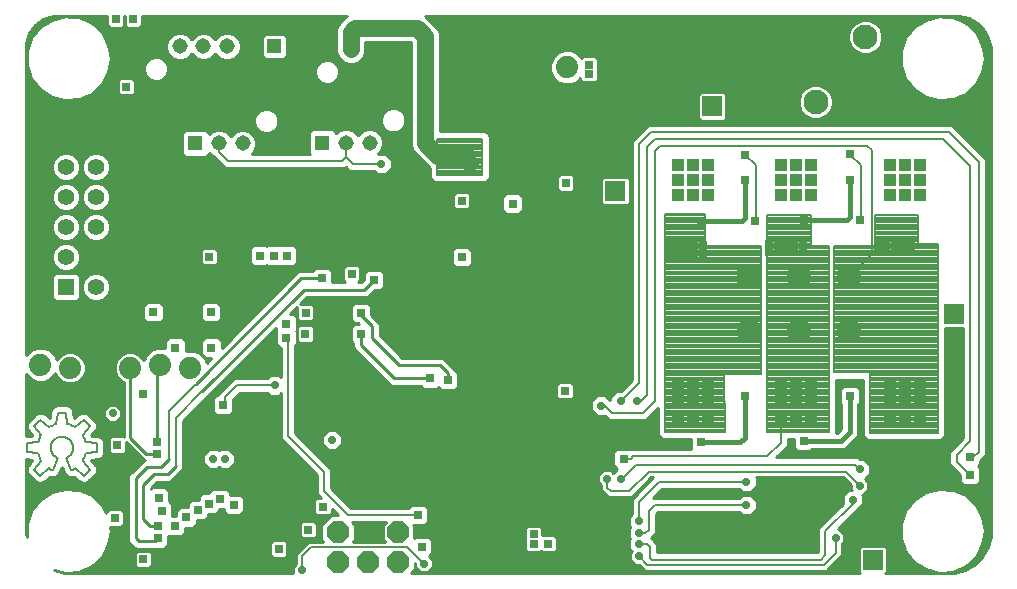
<source format=gbl>
G75*
%MOIN*%
%OFA0B0*%
%FSLAX24Y24*%
%IPPOS*%
%LPD*%
%AMOC8*
5,1,8,0,0,1.08239X$1,22.5*
%
%ADD10C,0.0740*%
%ADD11C,0.0650*%
%ADD12R,0.0650X0.0650*%
%ADD13C,0.0515*%
%ADD14R,0.0515X0.0515*%
%ADD15R,0.0827X0.0827*%
%ADD16C,0.0827*%
%ADD17OC8,0.0740*%
%ADD18R,0.0554X0.0554*%
%ADD19C,0.0554*%
%ADD20R,0.0397X0.0397*%
%ADD21OC8,0.0277*%
%ADD22R,0.0277X0.0277*%
%ADD23C,0.0100*%
%ADD24C,0.0080*%
%ADD25C,0.0160*%
%ADD26C,0.0079*%
%ADD27C,0.0560*%
D10*
X000824Y010708D03*
X001824Y010608D03*
X002824Y010708D03*
X003824Y010608D03*
X004824Y010708D03*
X005824Y010608D03*
X018389Y019480D03*
X018389Y020620D03*
D11*
X019993Y017497D03*
X023223Y021320D03*
X031292Y011408D03*
X028576Y005203D03*
D12*
X028576Y004203D03*
X031292Y012408D03*
X023223Y019320D03*
X019993Y016497D03*
D13*
X011804Y018109D03*
X011017Y018109D03*
X007572Y018089D03*
X006785Y018089D03*
X011174Y021219D03*
X007838Y021317D03*
X007050Y021317D03*
X006263Y021317D03*
X005475Y021317D03*
D14*
X008625Y021317D03*
X011962Y021219D03*
X010229Y018109D03*
X005997Y018089D03*
D15*
X024462Y013621D03*
X026676Y021632D03*
D16*
X028330Y021632D03*
X028330Y019467D03*
X026676Y019467D03*
X026115Y013621D03*
X027769Y013621D03*
X027769Y011849D03*
X026115Y011849D03*
X024462Y011849D03*
D17*
X012755Y005124D03*
X011755Y005124D03*
X010755Y005124D03*
X010755Y004124D03*
X011755Y004124D03*
X012755Y004124D03*
D18*
X001678Y013304D03*
D19*
X002678Y013304D03*
X002678Y014304D03*
X001678Y014304D03*
X001678Y015304D03*
X002678Y015304D03*
X002678Y016304D03*
X001678Y016304D03*
X001678Y017304D03*
X002678Y017304D03*
D20*
X022092Y017357D03*
X022592Y017357D03*
X023092Y017357D03*
X023092Y016857D03*
X022592Y016857D03*
X022592Y016357D03*
X023092Y016357D03*
X022092Y016357D03*
X022092Y016857D03*
X025517Y016857D03*
X026017Y016857D03*
X026017Y017357D03*
X025517Y017357D03*
X026517Y017357D03*
X026517Y016857D03*
X026517Y016357D03*
X026017Y016357D03*
X025517Y016357D03*
X029139Y016357D03*
X029639Y016357D03*
X029639Y016857D03*
X029139Y016857D03*
X029139Y017357D03*
X029639Y017357D03*
X030139Y017357D03*
X030139Y016857D03*
X030139Y016357D03*
X030139Y009995D03*
X029639Y009995D03*
X029139Y009995D03*
X029139Y009495D03*
X029639Y009495D03*
X030139Y009495D03*
X030139Y008995D03*
X029639Y008995D03*
X029139Y008995D03*
X026517Y008995D03*
X026517Y009495D03*
X026517Y009995D03*
X026017Y009995D03*
X025517Y009995D03*
X025517Y009495D03*
X026017Y009495D03*
X026017Y008995D03*
X025517Y008995D03*
X023092Y008995D03*
X022592Y008995D03*
X022592Y009495D03*
X023092Y009495D03*
X023092Y009995D03*
X022592Y009995D03*
X022092Y009995D03*
X022092Y009495D03*
X022092Y008995D03*
D21*
X020731Y009497D03*
X020170Y009487D03*
X019521Y009349D03*
X019718Y006908D03*
X020190Y006908D03*
X020781Y005491D03*
X020781Y005097D03*
X020781Y004723D03*
X020781Y004329D03*
X024363Y006042D03*
X024363Y006790D03*
X027340Y004947D03*
X027907Y006199D03*
X028143Y006672D03*
X028143Y007223D03*
X013615Y004073D03*
X009540Y003857D03*
X006981Y007567D03*
X006588Y007567D03*
X008635Y010018D03*
X010082Y008975D03*
X010377Y008975D03*
X010377Y008670D03*
X010082Y008670D03*
X010544Y008207D03*
X003241Y009093D03*
X012198Y017400D03*
D22*
X014373Y017439D03*
X014767Y017439D03*
X015161Y017439D03*
X015161Y017833D03*
X014767Y017833D03*
X014373Y017833D03*
X016224Y017479D03*
X016568Y016081D03*
X014871Y016176D03*
X014875Y014290D03*
X011954Y013542D03*
X011210Y013735D03*
X010214Y013593D03*
X009048Y014349D03*
X008615Y014349D03*
X008143Y014349D03*
X006458Y014306D03*
X006509Y012459D03*
X005544Y012459D03*
X004599Y012459D03*
X005328Y011278D03*
X006529Y011278D03*
X004245Y009723D03*
X004729Y008124D03*
X004725Y007743D03*
X003399Y008030D03*
X003320Y006317D03*
X003312Y005601D03*
X004733Y005345D03*
X004733Y004920D03*
X005300Y005329D03*
X005694Y005617D03*
X006076Y005861D03*
X006450Y006081D03*
X006804Y006239D03*
X007277Y006042D03*
X008773Y004565D03*
X008182Y003995D03*
X009757Y005215D03*
X009846Y005983D03*
X010249Y005983D03*
X011302Y006032D03*
X011617Y006032D03*
X013418Y005707D03*
X013536Y004644D03*
X014245Y003916D03*
X014718Y003916D03*
X015190Y003916D03*
X015662Y003916D03*
X016135Y003916D03*
X016607Y003916D03*
X017277Y004743D03*
X017749Y004743D03*
X017277Y005058D03*
X016174Y005333D03*
X015387Y005333D03*
X015387Y006121D03*
X016174Y006121D03*
X016174Y006829D03*
X015859Y006829D03*
X015544Y006829D03*
X015544Y007144D03*
X015544Y007459D03*
X015544Y007774D03*
X015859Y007774D03*
X015859Y007459D03*
X015859Y007144D03*
X016174Y007144D03*
X016174Y007459D03*
X016174Y007774D03*
X016174Y008089D03*
X015859Y008089D03*
X015544Y008089D03*
X015387Y008876D03*
X016174Y008876D03*
X016174Y009664D03*
X015387Y009664D03*
X014403Y010195D03*
X013812Y010254D03*
X013517Y011160D03*
X013202Y011160D03*
X011509Y011731D03*
X011509Y012439D03*
X009670Y012447D03*
X009029Y012065D03*
X009029Y011613D03*
X009666Y011735D03*
X006922Y009369D03*
X004777Y006278D03*
X004875Y005845D03*
X004257Y004223D03*
X003536Y004231D03*
X000505Y006317D03*
X000584Y009821D03*
X003694Y019979D03*
X003930Y022223D03*
X003340Y022223D03*
X015239Y020353D03*
X019117Y020412D03*
X019117Y020707D03*
X019107Y021613D03*
X020151Y021770D03*
X024324Y017715D03*
X024304Y016869D03*
X024639Y015510D03*
X025131Y014743D03*
X025407Y014743D03*
X025682Y014743D03*
X025958Y014743D03*
X026233Y014743D03*
X026233Y014467D03*
X025958Y014467D03*
X025682Y014467D03*
X025407Y014467D03*
X025131Y014467D03*
X026273Y015530D03*
X028162Y015530D03*
X028753Y014841D03*
X028753Y014565D03*
X029029Y014565D03*
X029304Y014565D03*
X029580Y014565D03*
X029855Y014565D03*
X029855Y014841D03*
X029580Y014841D03*
X029304Y014841D03*
X029029Y014841D03*
X027828Y016869D03*
X027828Y017735D03*
X022848Y015510D03*
X022907Y014703D03*
X022907Y014428D03*
X022631Y014428D03*
X022631Y014703D03*
X022355Y014703D03*
X022080Y014703D03*
X022080Y014428D03*
X022355Y014428D03*
X021804Y014428D03*
X021804Y014703D03*
X018340Y016770D03*
X018320Y009841D03*
X020269Y007577D03*
X022848Y008128D03*
X024304Y009664D03*
X026273Y008168D03*
X027808Y009664D03*
X031804Y007617D03*
X031814Y007036D03*
X026292Y005530D03*
X026017Y005530D03*
X025741Y005530D03*
X025466Y005530D03*
X025190Y005530D03*
X025190Y005254D03*
X025190Y004979D03*
X025466Y004979D03*
X025741Y004979D03*
X025741Y005254D03*
X025466Y005254D03*
X026017Y005254D03*
X026017Y004979D03*
X026292Y004979D03*
X026292Y005254D03*
X026292Y004703D03*
X026017Y004703D03*
X025741Y004703D03*
X025466Y004703D03*
X025190Y004703D03*
X022867Y004664D03*
X022592Y004664D03*
X022592Y004939D03*
X022867Y004939D03*
X022867Y005215D03*
X022592Y005215D03*
X022592Y005491D03*
X022867Y005491D03*
X022316Y005491D03*
X022040Y005491D03*
X021765Y005491D03*
X021765Y005215D03*
X022040Y005215D03*
X022040Y004939D03*
X022040Y004664D03*
X021765Y004664D03*
X021765Y004939D03*
X022316Y004939D03*
X022316Y004664D03*
X022316Y005215D03*
X018379Y004310D03*
X018379Y003916D03*
D23*
X001279Y003867D02*
X001270Y003871D01*
X001649Y003775D01*
X002110Y003814D01*
X002533Y003999D01*
X002533Y003999D01*
X002874Y004313D01*
X003094Y004719D01*
X003094Y004719D01*
X003170Y005176D01*
X003147Y005312D01*
X003513Y005312D01*
X003601Y005400D01*
X003601Y005802D01*
X003513Y005890D01*
X003111Y005890D01*
X003023Y005802D01*
X003023Y005762D01*
X002874Y006039D01*
X002874Y006039D01*
X002874Y006039D01*
X002533Y006352D01*
X002110Y006538D01*
X001649Y006576D01*
X001649Y006576D01*
X001200Y006462D01*
X000813Y006209D01*
X000529Y005844D01*
X000379Y005407D01*
X000379Y004976D01*
X000353Y005073D01*
X000340Y005271D01*
X000340Y007557D01*
X000370Y007557D01*
X000562Y007538D01*
X000563Y007533D01*
X000566Y007530D01*
X000440Y007375D01*
X000415Y007350D01*
X000410Y007338D01*
X000402Y007329D01*
X000392Y007295D01*
X000378Y007262D01*
X000378Y007249D01*
X000375Y007237D01*
X000378Y007202D01*
X000378Y007167D01*
X000383Y007155D01*
X000384Y007143D01*
X000401Y007111D01*
X000415Y007079D01*
X000423Y007070D01*
X000429Y007059D01*
X000457Y007036D01*
X000643Y006850D01*
X000666Y006823D01*
X000677Y006817D01*
X000686Y006808D01*
X000718Y006794D01*
X000750Y006777D01*
X000762Y006776D01*
X000774Y006771D01*
X000809Y006771D01*
X000844Y006768D01*
X000856Y006771D01*
X000869Y006771D01*
X000902Y006785D01*
X000936Y006795D01*
X000945Y006803D01*
X000957Y006808D01*
X000982Y006833D01*
X001149Y006969D01*
X001165Y006962D01*
X001190Y006952D01*
X001285Y006952D01*
X001336Y006973D01*
X001373Y006988D01*
X001440Y007056D01*
X001461Y007104D01*
X001548Y007316D01*
X001650Y007070D01*
X001656Y007056D01*
X001656Y007056D01*
X001656Y007056D01*
X001723Y006988D01*
X001786Y006963D01*
X001811Y006952D01*
X001907Y006952D01*
X001948Y006969D01*
X002115Y006833D01*
X002140Y006808D01*
X002151Y006803D01*
X002161Y006795D01*
X002195Y006785D01*
X002228Y006771D01*
X002240Y006771D01*
X002252Y006768D01*
X002288Y006771D01*
X002323Y006771D01*
X002335Y006776D01*
X002347Y006777D01*
X002378Y006794D01*
X002411Y006808D01*
X002420Y006817D01*
X002431Y006823D01*
X002453Y006850D01*
X002640Y007036D01*
X002667Y007059D01*
X002673Y007070D01*
X002682Y007079D01*
X002696Y007111D01*
X002712Y007143D01*
X002714Y007155D01*
X002718Y007167D01*
X002718Y007202D01*
X002722Y007237D01*
X002718Y007249D01*
X002718Y007262D01*
X002705Y007295D01*
X002695Y007329D01*
X002687Y007338D01*
X002682Y007350D01*
X002657Y007375D01*
X002531Y007530D01*
X002533Y007533D01*
X002533Y007533D01*
X002534Y007538D01*
X002733Y007558D01*
X002768Y007558D01*
X002780Y007563D01*
X002792Y007564D01*
X002823Y007581D01*
X002856Y007595D01*
X002865Y007603D01*
X002876Y007609D01*
X002898Y007637D01*
X002924Y007662D01*
X002928Y007673D01*
X002936Y007683D01*
X002946Y007717D01*
X002960Y007750D01*
X002960Y007762D01*
X002964Y007774D01*
X002960Y007810D01*
X002960Y008073D01*
X002964Y008109D01*
X002960Y008120D01*
X002960Y008133D01*
X002946Y008166D01*
X002936Y008200D01*
X002928Y008209D01*
X002924Y008221D01*
X002898Y008246D01*
X002876Y008274D01*
X002865Y008279D01*
X002856Y008288D01*
X002823Y008302D01*
X002792Y008319D01*
X002780Y008320D01*
X002768Y008325D01*
X002733Y008325D01*
X002534Y008345D01*
X002533Y008349D01*
X002533Y008349D01*
X002531Y008353D01*
X002657Y008508D01*
X002682Y008533D01*
X002687Y008545D01*
X002695Y008554D01*
X002705Y008588D01*
X002718Y008621D01*
X002718Y008633D01*
X002722Y008645D01*
X002718Y008681D01*
X002718Y008716D01*
X002714Y008728D01*
X002712Y008740D01*
X002696Y008771D01*
X002682Y008804D01*
X002673Y008813D01*
X002667Y008824D01*
X002640Y008846D01*
X002453Y009033D01*
X002431Y009060D01*
X002420Y009066D01*
X002411Y009075D01*
X002378Y009089D01*
X002347Y009105D01*
X002335Y009107D01*
X002323Y009112D01*
X002288Y009112D01*
X002252Y009115D01*
X002240Y009112D01*
X002228Y009112D01*
X002195Y009098D01*
X002161Y009088D01*
X002151Y009080D01*
X002140Y009075D01*
X002115Y009050D01*
X001960Y008924D01*
X001956Y008926D01*
X001952Y008927D01*
X001932Y009126D01*
X001932Y009161D01*
X001927Y009173D01*
X001926Y009185D01*
X001909Y009217D01*
X001895Y009249D01*
X001886Y009258D01*
X001880Y009269D01*
X001853Y009292D01*
X001828Y009317D01*
X001816Y009321D01*
X001807Y009329D01*
X001773Y009340D01*
X001740Y009353D01*
X001727Y009353D01*
X001715Y009357D01*
X001680Y009353D01*
X001416Y009353D01*
X001381Y009357D01*
X001369Y009353D01*
X001357Y009353D01*
X001324Y009340D01*
X001290Y009329D01*
X001280Y009321D01*
X001269Y009317D01*
X001244Y009292D01*
X001216Y009269D01*
X001210Y009258D01*
X001201Y009249D01*
X001188Y009217D01*
X001171Y009185D01*
X001170Y009173D01*
X001165Y009161D01*
X001165Y009126D01*
X001145Y008927D01*
X001140Y008926D01*
X001136Y008924D01*
X000982Y009050D01*
X000957Y009075D01*
X000945Y009080D01*
X000936Y009088D01*
X000902Y009098D01*
X000869Y009112D01*
X000856Y009112D01*
X000844Y009115D01*
X000809Y009112D01*
X000774Y009112D01*
X000762Y009107D01*
X000750Y009105D01*
X000718Y009089D01*
X000686Y009075D01*
X000677Y009066D01*
X000666Y009060D01*
X000643Y009033D01*
X000457Y008846D01*
X000429Y008824D01*
X000423Y008813D01*
X000415Y008804D01*
X000401Y008771D01*
X000384Y008740D01*
X000383Y008728D01*
X000378Y008716D01*
X000378Y008681D01*
X000375Y008645D01*
X000378Y008633D01*
X000378Y008621D01*
X000392Y008588D01*
X000402Y008554D01*
X000410Y008545D01*
X000415Y008533D01*
X000440Y008508D01*
X000566Y008353D01*
X000563Y008349D01*
X000562Y008345D01*
X000370Y008325D01*
X000340Y008325D01*
X000340Y010387D01*
X000341Y010385D01*
X000501Y010225D01*
X000711Y010138D01*
X000937Y010138D01*
X001147Y010225D01*
X001307Y010385D01*
X001330Y010441D01*
X001383Y010313D01*
X001529Y010167D01*
X001720Y010088D01*
X001927Y010088D01*
X002118Y010167D01*
X002265Y010313D01*
X002344Y010505D01*
X002344Y010711D01*
X002265Y010903D01*
X002118Y011049D01*
X001927Y011128D01*
X001720Y011128D01*
X001529Y011049D01*
X001383Y010903D01*
X001372Y010875D01*
X001307Y011031D01*
X001147Y011191D01*
X000937Y011278D01*
X000711Y011278D01*
X000501Y011191D01*
X000341Y011031D01*
X000340Y011029D01*
X000340Y021269D01*
X000353Y021437D01*
X000353Y021437D01*
X000458Y021759D01*
X000656Y022032D01*
X000930Y022231D01*
X001251Y022335D01*
X001420Y022348D01*
X003051Y022348D01*
X003051Y022022D01*
X003139Y021934D01*
X003541Y021934D01*
X003628Y022022D01*
X003628Y022348D01*
X003641Y022348D01*
X003641Y022022D01*
X003729Y021934D01*
X004131Y021934D01*
X004219Y022022D01*
X004219Y022348D01*
X011054Y022348D01*
X010925Y022219D01*
X010767Y022062D01*
X010694Y021885D01*
X010694Y021123D01*
X010767Y020947D01*
X010902Y020812D01*
X011079Y020739D01*
X011270Y020739D01*
X011446Y020812D01*
X011581Y020947D01*
X011654Y021123D01*
X011654Y021467D01*
X013175Y021467D01*
X013175Y017994D01*
X013248Y017817D01*
X013700Y017364D01*
X013808Y017257D01*
X013808Y016998D01*
X013845Y016910D01*
X013912Y016842D01*
X014001Y016806D01*
X015612Y016806D01*
X015700Y016842D01*
X015768Y016910D01*
X015804Y016998D01*
X015804Y018294D01*
X015768Y018382D01*
X015700Y018450D01*
X015612Y018487D01*
X014135Y018487D01*
X014135Y021767D01*
X014062Y021944D01*
X013927Y022079D01*
X013657Y022348D01*
X031306Y022348D01*
X031464Y022338D01*
X031771Y022256D01*
X032045Y022098D01*
X032269Y021873D01*
X032428Y021599D01*
X032510Y021293D01*
X032520Y021134D01*
X032269Y021134D01*
X032252Y021232D02*
X032514Y021232D01*
X032520Y021134D02*
X032520Y005188D01*
X032508Y005000D01*
X032411Y004638D01*
X032223Y004313D01*
X031958Y004048D01*
X031633Y003860D01*
X031271Y003763D01*
X031083Y003751D01*
X028986Y003751D01*
X029051Y003816D01*
X029051Y004590D01*
X028963Y004678D01*
X028189Y004678D01*
X028101Y004590D01*
X028101Y003816D01*
X028166Y003751D01*
X013187Y003751D01*
X013325Y003888D01*
X013325Y004095D01*
X013326Y004093D01*
X013325Y004093D01*
X013326Y004093D02*
X013326Y003954D01*
X013496Y003785D01*
X013735Y003785D01*
X013904Y003954D01*
X013904Y004193D01*
X013775Y004322D01*
X013875Y004423D01*
X013875Y004866D01*
X013758Y004983D01*
X013315Y004983D01*
X013275Y004943D01*
X013275Y005340D01*
X013246Y005368D01*
X013640Y005368D01*
X013757Y005486D01*
X013757Y005929D01*
X013640Y006046D01*
X013197Y006046D01*
X013098Y005947D01*
X011175Y005947D01*
X010528Y006594D01*
X010528Y007192D01*
X010492Y007280D01*
X009328Y008444D01*
X009328Y011351D01*
X009367Y011391D01*
X009367Y011834D01*
X009363Y011839D01*
X009367Y011844D01*
X009367Y012287D01*
X009250Y012404D01*
X009158Y012404D01*
X009382Y012628D01*
X009382Y012246D01*
X009469Y012159D01*
X009871Y012159D01*
X009959Y012246D01*
X009959Y012648D01*
X009871Y012736D01*
X009490Y012736D01*
X009719Y012965D01*
X011677Y012965D01*
X011769Y013003D01*
X011969Y013203D01*
X012175Y013203D01*
X012293Y013320D01*
X012293Y013763D01*
X012175Y013881D01*
X011732Y013881D01*
X011615Y013763D01*
X011615Y013557D01*
X011523Y013465D01*
X011430Y013465D01*
X011498Y013534D01*
X011498Y013936D01*
X011411Y014023D01*
X011009Y014023D01*
X010921Y013936D01*
X010921Y013534D01*
X010990Y013465D01*
X010552Y013465D01*
X010552Y013815D01*
X010435Y013932D01*
X009992Y013932D01*
X009895Y013835D01*
X009479Y013835D01*
X009387Y013797D01*
X006867Y011277D01*
X006867Y011500D01*
X006750Y011617D01*
X006307Y011617D01*
X006190Y011500D01*
X006190Y011056D01*
X006307Y010939D01*
X006529Y010939D01*
X006370Y010780D01*
X006307Y010931D01*
X006147Y011091D01*
X005937Y011178D01*
X005711Y011178D01*
X005667Y011160D01*
X005667Y011500D01*
X005549Y011617D01*
X005106Y011617D01*
X004989Y011500D01*
X004989Y011256D01*
X004937Y011278D01*
X004711Y011278D01*
X004501Y011191D01*
X004341Y011031D01*
X004276Y010875D01*
X004265Y010903D01*
X004118Y011049D01*
X003927Y011128D01*
X003720Y011128D01*
X003529Y011049D01*
X003383Y010903D01*
X003304Y010711D01*
X003304Y010505D01*
X003383Y010313D01*
X003529Y010167D01*
X003624Y010128D01*
X003624Y008294D01*
X003600Y008319D01*
X003198Y008319D01*
X003110Y008231D01*
X003110Y007829D01*
X003198Y007741D01*
X003600Y007741D01*
X003687Y007829D01*
X003687Y008136D01*
X004163Y007660D01*
X004280Y007543D01*
X004311Y007543D01*
X004241Y007514D01*
X003867Y007140D01*
X003797Y007069D01*
X003759Y006977D01*
X003759Y004870D01*
X003797Y004778D01*
X003895Y004680D01*
X003966Y004609D01*
X004058Y004571D01*
X004685Y004571D01*
X004708Y004581D01*
X004955Y004581D01*
X005072Y004698D01*
X005072Y004997D01*
X005079Y004990D01*
X005522Y004990D01*
X005639Y005108D01*
X005639Y005278D01*
X005916Y005278D01*
X006033Y005395D01*
X006033Y005522D01*
X006297Y005522D01*
X006415Y005639D01*
X006415Y005742D01*
X006671Y005742D01*
X006789Y005860D01*
X006789Y005900D01*
X006938Y005900D01*
X006938Y005820D01*
X007055Y005703D01*
X007498Y005703D01*
X007615Y005820D01*
X007615Y006263D01*
X007498Y006381D01*
X007143Y006381D01*
X007143Y006460D01*
X007026Y006577D01*
X006583Y006577D01*
X006465Y006460D01*
X006465Y006420D01*
X006228Y006420D01*
X006111Y006303D01*
X006111Y006199D01*
X005854Y006199D01*
X005737Y006082D01*
X005737Y005955D01*
X005472Y005955D01*
X005355Y005838D01*
X005355Y005668D01*
X005214Y005668D01*
X005214Y006067D01*
X005115Y006165D01*
X005115Y006500D01*
X004998Y006617D01*
X004555Y006617D01*
X004515Y006577D01*
X004515Y006608D01*
X004723Y006815D01*
X005122Y006815D01*
X005214Y006853D01*
X005284Y006924D01*
X005559Y007199D01*
X005598Y007291D01*
X005598Y007391D01*
X005588Y007415D01*
X005588Y008848D01*
X006339Y009599D01*
X006363Y009609D01*
X006603Y009609D01*
X006584Y009590D02*
X006584Y009147D01*
X006701Y009030D01*
X007144Y009030D01*
X007261Y009147D01*
X007261Y009565D01*
X007474Y009778D01*
X008396Y009778D01*
X008495Y009679D01*
X008775Y009679D01*
X008848Y009752D01*
X008848Y008297D01*
X008884Y008209D01*
X008952Y008141D01*
X010048Y007045D01*
X010048Y006447D01*
X010085Y006359D01*
X007520Y006359D01*
X007615Y006260D02*
X010037Y006260D01*
X010048Y006271D02*
X009960Y006184D01*
X009960Y005782D01*
X010048Y005694D01*
X010450Y005694D01*
X010538Y005782D01*
X010538Y005906D01*
X010749Y005694D01*
X010519Y005694D01*
X010185Y005361D01*
X010185Y004888D01*
X010259Y004814D01*
X009757Y004814D01*
X009646Y004703D01*
X009350Y004408D01*
X009350Y004075D01*
X009252Y003976D01*
X009252Y003751D01*
X001860Y003751D01*
X001662Y003764D01*
X001279Y003867D01*
X001535Y003798D02*
X001560Y003798D01*
X001649Y003775D02*
X001649Y003775D01*
X001919Y003798D02*
X009252Y003798D01*
X009252Y003896D02*
X002298Y003896D01*
X002110Y003814D02*
X002110Y003814D01*
X002523Y003995D02*
X003995Y003995D01*
X003968Y004022D02*
X004056Y003934D01*
X004458Y003934D01*
X004546Y004022D01*
X004546Y004424D01*
X004458Y004512D01*
X004056Y004512D01*
X003968Y004424D01*
X003968Y004022D01*
X003968Y004093D02*
X002635Y004093D01*
X002742Y004192D02*
X003968Y004192D01*
X003968Y004290D02*
X002849Y004290D01*
X002874Y004313D02*
X002874Y004313D01*
X002915Y004389D02*
X003968Y004389D01*
X004032Y004487D02*
X002968Y004487D01*
X003021Y004586D02*
X004023Y004586D01*
X003891Y004684D02*
X003075Y004684D01*
X003104Y004783D02*
X003795Y004783D01*
X003759Y004881D02*
X003121Y004881D01*
X003137Y004980D02*
X003759Y004980D01*
X003759Y005078D02*
X003154Y005078D01*
X003170Y005177D02*
X003759Y005177D01*
X003759Y005275D02*
X003153Y005275D01*
X003575Y005374D02*
X003759Y005374D01*
X003759Y005472D02*
X003601Y005472D01*
X003601Y005571D02*
X003759Y005571D01*
X003759Y005669D02*
X003601Y005669D01*
X003601Y005768D02*
X003759Y005768D01*
X003759Y005866D02*
X003536Y005866D01*
X003759Y005965D02*
X002914Y005965D01*
X002967Y005866D02*
X003088Y005866D01*
X003023Y005768D02*
X003020Y005768D01*
X002847Y006063D02*
X003759Y006063D01*
X003759Y006162D02*
X002740Y006162D01*
X002633Y006260D02*
X003759Y006260D01*
X003759Y006359D02*
X002517Y006359D01*
X002533Y006352D02*
X002533Y006352D01*
X002293Y006457D02*
X003759Y006457D01*
X003759Y006556D02*
X001890Y006556D01*
X002110Y006538D02*
X002110Y006538D01*
X002092Y006851D02*
X001005Y006851D01*
X001125Y006950D02*
X001971Y006950D01*
X001663Y007048D02*
X001433Y007048D01*
X001440Y007056D02*
X001440Y007056D01*
X001478Y007147D02*
X001618Y007147D01*
X001578Y007245D02*
X001519Y007245D01*
X001570Y006556D02*
X000340Y006556D01*
X000340Y006654D02*
X003759Y006654D01*
X003759Y006753D02*
X000340Y006753D01*
X000340Y006851D02*
X000642Y006851D01*
X000543Y006950D02*
X000340Y006950D01*
X000340Y007048D02*
X000442Y007048D01*
X000384Y007147D02*
X000340Y007147D01*
X000340Y007245D02*
X000377Y007245D01*
X000340Y007344D02*
X000412Y007344D01*
X000340Y007442D02*
X000495Y007442D01*
X000533Y007541D02*
X000340Y007541D01*
X000563Y007533D02*
X000563Y007533D01*
X000405Y008329D02*
X000340Y008329D01*
X000340Y008427D02*
X000505Y008427D01*
X000563Y008349D02*
X000563Y008349D01*
X000422Y008526D02*
X000340Y008526D01*
X000340Y008624D02*
X000378Y008624D01*
X000381Y008723D02*
X000340Y008723D01*
X000340Y008821D02*
X000428Y008821D01*
X000340Y008920D02*
X000530Y008920D01*
X000629Y009018D02*
X000340Y009018D01*
X000340Y009117D02*
X001164Y009117D01*
X001154Y009018D02*
X001021Y009018D01*
X001140Y008926D02*
X001140Y008926D01*
X001187Y009215D02*
X000340Y009215D01*
X000340Y009314D02*
X001266Y009314D01*
X001831Y009314D02*
X003054Y009314D01*
X003122Y009382D02*
X002952Y009213D01*
X002952Y008973D01*
X003122Y008804D01*
X003361Y008804D01*
X003530Y008973D01*
X003530Y009213D01*
X003361Y009382D01*
X003122Y009382D01*
X002955Y009215D02*
X001909Y009215D01*
X001933Y009117D02*
X002952Y009117D01*
X002952Y009018D02*
X002468Y009018D01*
X002566Y008920D02*
X003006Y008920D01*
X003104Y008821D02*
X002669Y008821D01*
X002716Y008723D02*
X003624Y008723D01*
X003624Y008821D02*
X003378Y008821D01*
X003476Y008920D02*
X003624Y008920D01*
X003624Y009018D02*
X003530Y009018D01*
X003530Y009117D02*
X003624Y009117D01*
X003624Y009215D02*
X003527Y009215D01*
X003624Y009314D02*
X003429Y009314D01*
X003624Y009412D02*
X000340Y009412D01*
X000340Y009511D02*
X003624Y009511D01*
X003624Y009609D02*
X000340Y009609D01*
X000340Y009708D02*
X003624Y009708D01*
X003624Y009806D02*
X000340Y009806D01*
X000340Y009905D02*
X003624Y009905D01*
X003624Y010003D02*
X000340Y010003D01*
X000340Y010102D02*
X001687Y010102D01*
X001496Y010200D02*
X001088Y010200D01*
X001221Y010299D02*
X001398Y010299D01*
X001348Y010397D02*
X001312Y010397D01*
X001366Y010890D02*
X001378Y010890D01*
X001325Y010988D02*
X001469Y010988D01*
X001621Y011087D02*
X001251Y011087D01*
X001153Y011185D02*
X004495Y011185D01*
X004397Y011087D02*
X004026Y011087D01*
X004179Y010988D02*
X004323Y010988D01*
X004282Y010890D02*
X004270Y010890D01*
X003824Y010608D02*
X003824Y008282D01*
X004363Y007743D01*
X004725Y007743D01*
X005111Y007577D02*
X004836Y007302D01*
X004383Y007302D01*
X004009Y006928D01*
X004009Y004920D01*
X004107Y004821D01*
X004635Y004821D01*
X004733Y004920D01*
X004674Y004861D01*
X004960Y004586D02*
X008484Y004586D01*
X008484Y004684D02*
X005058Y004684D01*
X005072Y004783D02*
X008501Y004783D01*
X008484Y004766D02*
X008484Y004365D01*
X008572Y004277D01*
X008974Y004277D01*
X009061Y004365D01*
X009061Y004766D01*
X008974Y004854D01*
X008572Y004854D01*
X008484Y004766D01*
X008484Y004487D02*
X004482Y004487D01*
X004546Y004389D02*
X008484Y004389D01*
X008558Y004290D02*
X004546Y004290D01*
X004546Y004192D02*
X009350Y004192D01*
X009350Y004290D02*
X008987Y004290D01*
X009061Y004389D02*
X009350Y004389D01*
X009430Y004487D02*
X009061Y004487D01*
X009061Y004586D02*
X009528Y004586D01*
X009627Y004684D02*
X009061Y004684D01*
X009045Y004783D02*
X009725Y004783D01*
X009556Y004926D02*
X009958Y004926D01*
X010046Y005014D01*
X010046Y005416D01*
X009958Y005504D01*
X009556Y005504D01*
X009468Y005416D01*
X009468Y005014D01*
X009556Y004926D01*
X009503Y004980D02*
X005072Y004980D01*
X005072Y004881D02*
X010192Y004881D01*
X010185Y004980D02*
X010011Y004980D01*
X010046Y005078D02*
X010185Y005078D01*
X010185Y005177D02*
X010046Y005177D01*
X010046Y005275D02*
X010185Y005275D01*
X010198Y005374D02*
X010046Y005374D01*
X009989Y005472D02*
X010297Y005472D01*
X010395Y005571D02*
X006346Y005571D01*
X006415Y005669D02*
X010494Y005669D01*
X010524Y005768D02*
X010676Y005768D01*
X010577Y005866D02*
X010538Y005866D01*
X009974Y005768D02*
X007563Y005768D01*
X007615Y005866D02*
X009960Y005866D01*
X009960Y005965D02*
X007615Y005965D01*
X007615Y006063D02*
X009960Y006063D01*
X009960Y006162D02*
X007615Y006162D01*
X007143Y006457D02*
X010048Y006457D01*
X010048Y006556D02*
X007047Y006556D01*
X006561Y006556D02*
X005059Y006556D01*
X005115Y006457D02*
X006465Y006457D01*
X006167Y006359D02*
X005115Y006359D01*
X005115Y006260D02*
X006111Y006260D01*
X005817Y006162D02*
X005118Y006162D01*
X005214Y006063D02*
X005737Y006063D01*
X005737Y005965D02*
X005214Y005965D01*
X005214Y005866D02*
X005383Y005866D01*
X005355Y005768D02*
X005214Y005768D01*
X005214Y005669D02*
X005355Y005669D01*
X005639Y005275D02*
X009468Y005275D01*
X009468Y005177D02*
X005639Y005177D01*
X005610Y005078D02*
X009468Y005078D01*
X009468Y005374D02*
X006012Y005374D01*
X006033Y005472D02*
X009525Y005472D01*
X010048Y006271D02*
X010172Y006271D01*
X010153Y006291D01*
X010085Y006359D01*
X010567Y006556D02*
X019528Y006556D01*
X019528Y006534D02*
X019646Y006416D01*
X019757Y006305D01*
X020544Y006305D01*
X021194Y006954D01*
X021259Y006954D01*
X020645Y006340D01*
X020577Y006272D01*
X020541Y006184D01*
X020541Y005730D01*
X020442Y005631D01*
X020442Y005350D01*
X020498Y005294D01*
X020442Y005237D01*
X020442Y004957D01*
X020489Y004910D01*
X020442Y004863D01*
X020442Y004583D01*
X020534Y004491D01*
X020492Y004449D01*
X020492Y004210D01*
X020661Y004040D01*
X020786Y004040D01*
X020858Y003963D01*
X020858Y003959D01*
X020912Y003906D01*
X020963Y003851D01*
X020967Y003851D01*
X020970Y003848D01*
X021045Y003848D01*
X021120Y003845D01*
X021123Y003848D01*
X026882Y003848D01*
X026884Y003846D01*
X026960Y003848D01*
X027036Y003848D01*
X027038Y003850D01*
X027041Y003850D01*
X027094Y003905D01*
X027148Y003959D01*
X027148Y003962D01*
X027480Y004311D01*
X027534Y004365D01*
X027534Y004367D01*
X027535Y004369D01*
X027534Y004446D01*
X027534Y004733D01*
X027628Y004828D01*
X027628Y005067D01*
X027459Y005236D01*
X027417Y005236D01*
X028041Y005861D01*
X028047Y005861D01*
X028245Y006059D01*
X028245Y006340D01*
X028202Y006383D01*
X028262Y006383D01*
X028432Y006552D01*
X028432Y006791D01*
X028311Y006912D01*
X028482Y007083D01*
X028482Y007363D01*
X028283Y007562D01*
X028143Y007562D01*
X028121Y007584D01*
X028033Y007620D01*
X025356Y007620D01*
X025708Y007973D01*
X025745Y008061D01*
X025745Y008243D01*
X025934Y008243D01*
X025934Y007946D01*
X026051Y007829D01*
X026494Y007829D01*
X026553Y007888D01*
X027569Y007888D01*
X027671Y007930D01*
X027750Y008009D01*
X028046Y008304D01*
X028088Y008407D01*
X028088Y009384D01*
X028147Y009442D01*
X028147Y009885D01*
X028030Y010003D01*
X027587Y010003D01*
X027469Y009885D01*
X027469Y009442D01*
X027528Y009384D01*
X027528Y008579D01*
X027397Y008448D01*
X027359Y008448D01*
X027359Y010211D01*
X028257Y010211D01*
X028257Y008396D01*
X028294Y008307D01*
X028361Y008240D01*
X028449Y008203D01*
X030789Y008203D01*
X030877Y008240D01*
X030945Y008307D01*
X030981Y008396D01*
X030981Y011933D01*
X031574Y011933D01*
X031574Y008257D01*
X031235Y007918D01*
X031168Y007851D01*
X031131Y007763D01*
X031131Y007431D01*
X031168Y007343D01*
X031475Y007035D01*
X031475Y006814D01*
X031592Y006697D01*
X032036Y006697D01*
X032153Y006814D01*
X032153Y007257D01*
X032079Y007331D01*
X032143Y007395D01*
X032143Y007498D01*
X032255Y007610D01*
X032323Y007678D01*
X032359Y007766D01*
X032359Y017507D01*
X032323Y017595D01*
X032255Y017663D01*
X031241Y018676D01*
X031153Y018713D01*
X021127Y018713D01*
X021038Y018676D01*
X020971Y018609D01*
X020577Y018215D01*
X020541Y018127D01*
X020541Y010196D01*
X020170Y009825D01*
X020030Y009825D01*
X019832Y009627D01*
X019832Y009517D01*
X019661Y009688D01*
X019380Y009688D01*
X019182Y009489D01*
X019182Y009209D01*
X019380Y009010D01*
X019658Y009010D01*
X019759Y008909D01*
X019847Y008873D01*
X020976Y008873D01*
X021064Y008909D01*
X021132Y008977D01*
X021407Y009252D01*
X021407Y008435D01*
X021443Y008347D01*
X021511Y008279D01*
X021599Y008243D01*
X022509Y008243D01*
X022509Y007907D01*
X022520Y007896D01*
X020536Y007896D01*
X020518Y007888D01*
X020490Y007916D01*
X020047Y007916D01*
X019930Y007799D01*
X019930Y007356D01*
X020044Y007241D01*
X019918Y007115D01*
X019837Y007197D01*
X019598Y007197D01*
X019429Y007028D01*
X019429Y006788D01*
X019528Y006690D01*
X019528Y006534D01*
X019604Y006457D02*
X010665Y006457D01*
X010764Y006359D02*
X019703Y006359D01*
X019528Y006654D02*
X010528Y006654D01*
X010528Y006753D02*
X019464Y006753D01*
X019429Y006851D02*
X010528Y006851D01*
X010528Y006950D02*
X019429Y006950D01*
X019450Y007048D02*
X010528Y007048D01*
X010528Y007147D02*
X019548Y007147D01*
X019887Y007147D02*
X019950Y007147D01*
X020040Y007245D02*
X010506Y007245D01*
X010428Y007344D02*
X019942Y007344D01*
X019930Y007442D02*
X010330Y007442D01*
X010231Y007541D02*
X019930Y007541D01*
X019930Y007639D02*
X010133Y007639D01*
X010034Y007738D02*
X019930Y007738D01*
X019968Y007836D02*
X009936Y007836D01*
X009837Y007935D02*
X010338Y007935D01*
X010404Y007868D02*
X010685Y007868D01*
X010883Y008067D01*
X010883Y008347D01*
X010685Y008546D01*
X010404Y008546D01*
X010206Y008347D01*
X010206Y008067D01*
X010404Y007868D01*
X010239Y008033D02*
X009739Y008033D01*
X009640Y008132D02*
X010206Y008132D01*
X010206Y008230D02*
X009542Y008230D01*
X009443Y008329D02*
X010206Y008329D01*
X010286Y008427D02*
X009345Y008427D01*
X009328Y008526D02*
X010384Y008526D01*
X010705Y008526D02*
X021407Y008526D01*
X021407Y008624D02*
X009328Y008624D01*
X009328Y008723D02*
X021407Y008723D01*
X021407Y008821D02*
X009328Y008821D01*
X009328Y008920D02*
X019748Y008920D01*
X019372Y009018D02*
X009328Y009018D01*
X009328Y009117D02*
X019274Y009117D01*
X019182Y009215D02*
X009328Y009215D01*
X009328Y009314D02*
X019182Y009314D01*
X019182Y009412D02*
X009328Y009412D01*
X009328Y009511D02*
X019204Y009511D01*
X019302Y009609D02*
X018578Y009609D01*
X018609Y009640D02*
X018521Y009552D01*
X018119Y009552D01*
X018031Y009640D01*
X018031Y010042D01*
X018119Y010130D01*
X018521Y010130D01*
X018609Y010042D01*
X018609Y009640D01*
X018609Y009708D02*
X019912Y009708D01*
X019832Y009609D02*
X019739Y009609D01*
X020011Y009806D02*
X018609Y009806D01*
X018609Y009905D02*
X020249Y009905D01*
X020348Y010003D02*
X018609Y010003D01*
X018549Y010102D02*
X020446Y010102D01*
X020541Y010200D02*
X014741Y010200D01*
X014741Y010102D02*
X018091Y010102D01*
X018031Y010003D02*
X014741Y010003D01*
X014741Y009974D02*
X014624Y009857D01*
X014181Y009857D01*
X014078Y009960D01*
X014034Y009916D01*
X013591Y009916D01*
X013502Y010004D01*
X012581Y010004D01*
X012489Y010042D01*
X012419Y010113D01*
X011297Y011235D01*
X011259Y011327D01*
X011259Y011420D01*
X011170Y011509D01*
X011170Y011952D01*
X011287Y012070D01*
X011447Y012070D01*
X011415Y012101D01*
X011287Y012101D01*
X011170Y012218D01*
X011170Y012661D01*
X011287Y012778D01*
X011731Y012778D01*
X011848Y012661D01*
X011848Y012376D01*
X012025Y012199D01*
X012095Y012128D01*
X012133Y012036D01*
X012133Y011697D01*
X012892Y010937D01*
X014196Y010937D01*
X014288Y010899D01*
X014544Y010644D01*
X014615Y010573D01*
X014635Y010523D01*
X014741Y010417D01*
X014741Y009974D01*
X014672Y009905D02*
X018031Y009905D01*
X018031Y009806D02*
X009328Y009806D01*
X009328Y009708D02*
X018031Y009708D01*
X018062Y009609D02*
X009328Y009609D01*
X009328Y009905D02*
X014133Y009905D01*
X014403Y010195D02*
X014403Y010432D01*
X014147Y010687D01*
X012788Y010687D01*
X011883Y011593D01*
X011883Y011987D01*
X011509Y012361D01*
X011509Y012439D01*
X011848Y012466D02*
X020541Y012466D01*
X020541Y012564D02*
X011848Y012564D01*
X011846Y012663D02*
X020541Y012663D01*
X020541Y012761D02*
X011747Y012761D01*
X011856Y012367D02*
X020541Y012367D01*
X020541Y012269D02*
X011954Y012269D01*
X012053Y012170D02*
X020541Y012170D01*
X020541Y012072D02*
X012118Y012072D01*
X012133Y011973D02*
X020541Y011973D01*
X020541Y011875D02*
X012133Y011875D01*
X012133Y011776D02*
X020541Y011776D01*
X020541Y011678D02*
X012152Y011678D01*
X012250Y011579D02*
X020541Y011579D01*
X020541Y011481D02*
X012349Y011481D01*
X012447Y011382D02*
X020541Y011382D01*
X020541Y011284D02*
X012546Y011284D01*
X012644Y011185D02*
X020541Y011185D01*
X020541Y011087D02*
X012743Y011087D01*
X012841Y010988D02*
X020541Y010988D01*
X020541Y010890D02*
X014298Y010890D01*
X014396Y010791D02*
X020541Y010791D01*
X020541Y010693D02*
X014495Y010693D01*
X014593Y010594D02*
X020541Y010594D01*
X020541Y010496D02*
X014662Y010496D01*
X014741Y010397D02*
X020541Y010397D01*
X020541Y010299D02*
X014741Y010299D01*
X013812Y010254D02*
X012631Y010254D01*
X011509Y011376D01*
X011509Y011731D01*
X011170Y011776D02*
X009955Y011776D01*
X009955Y011678D02*
X011170Y011678D01*
X011170Y011579D02*
X009955Y011579D01*
X009955Y011534D02*
X009867Y011446D01*
X009466Y011446D01*
X009378Y011534D01*
X009378Y011936D01*
X009466Y012023D01*
X009867Y012023D01*
X009955Y011936D01*
X009955Y011534D01*
X009902Y011481D02*
X011199Y011481D01*
X011259Y011382D02*
X009359Y011382D01*
X009367Y011481D02*
X009431Y011481D01*
X009378Y011579D02*
X009367Y011579D01*
X009367Y011678D02*
X009378Y011678D01*
X009367Y011776D02*
X009378Y011776D01*
X009367Y011875D02*
X009378Y011875D01*
X009367Y011973D02*
X009415Y011973D01*
X009367Y012072D02*
X011444Y012072D01*
X011218Y012170D02*
X009883Y012170D01*
X009959Y012269D02*
X011170Y012269D01*
X011170Y012367D02*
X009959Y012367D01*
X009959Y012466D02*
X011170Y012466D01*
X011170Y012564D02*
X009959Y012564D01*
X009944Y012663D02*
X011172Y012663D01*
X011271Y012761D02*
X009515Y012761D01*
X009614Y012860D02*
X020541Y012860D01*
X020541Y012958D02*
X009712Y012958D01*
X009615Y013215D02*
X006222Y009821D01*
X006363Y009609D02*
X008690Y011936D01*
X008690Y011844D01*
X008695Y011839D01*
X008690Y011834D01*
X008690Y011391D01*
X008807Y011274D01*
X008848Y011274D01*
X008848Y010284D01*
X008775Y010357D01*
X008495Y010357D01*
X008396Y010258D01*
X007327Y010258D01*
X007239Y010222D01*
X006845Y009828D01*
X006778Y009760D01*
X006756Y009707D01*
X006701Y009707D01*
X006584Y009590D01*
X006584Y009511D02*
X006250Y009511D01*
X006152Y009412D02*
X006584Y009412D01*
X006584Y009314D02*
X006053Y009314D01*
X005955Y009215D02*
X006584Y009215D01*
X006614Y009117D02*
X005856Y009117D01*
X005758Y009018D02*
X008848Y009018D01*
X008848Y008920D02*
X005659Y008920D01*
X005588Y008821D02*
X008848Y008821D01*
X008848Y008723D02*
X005588Y008723D01*
X005588Y008624D02*
X008848Y008624D01*
X008848Y008526D02*
X005588Y008526D01*
X005588Y008427D02*
X008848Y008427D01*
X008848Y008329D02*
X005588Y008329D01*
X005588Y008230D02*
X008875Y008230D01*
X008961Y008132D02*
X005588Y008132D01*
X005588Y008033D02*
X009060Y008033D01*
X009158Y007935D02*
X005588Y007935D01*
X005588Y007836D02*
X006378Y007836D01*
X006447Y007906D02*
X006249Y007708D01*
X006249Y007427D01*
X006447Y007229D01*
X006728Y007229D01*
X006785Y007285D01*
X006841Y007229D01*
X007122Y007229D01*
X007320Y007427D01*
X007320Y007708D01*
X007122Y007906D01*
X006841Y007906D01*
X006785Y007850D01*
X006728Y007906D01*
X006447Y007906D01*
X006279Y007738D02*
X005588Y007738D01*
X005588Y007639D02*
X006249Y007639D01*
X006249Y007541D02*
X005588Y007541D01*
X005588Y007442D02*
X006249Y007442D01*
X006332Y007344D02*
X005598Y007344D01*
X005578Y007245D02*
X006431Y007245D01*
X006745Y007245D02*
X006824Y007245D01*
X007138Y007245D02*
X009848Y007245D01*
X009946Y007147D02*
X005507Y007147D01*
X005408Y007048D02*
X010045Y007048D01*
X010048Y006950D02*
X005310Y006950D01*
X005208Y006851D02*
X010048Y006851D01*
X010048Y006753D02*
X004660Y006753D01*
X004562Y006654D02*
X010048Y006654D01*
X010862Y006260D02*
X020572Y006260D01*
X020599Y006359D02*
X020664Y006359D01*
X020697Y006457D02*
X020762Y006457D01*
X020796Y006556D02*
X020861Y006556D01*
X020894Y006654D02*
X020959Y006654D01*
X020993Y006753D02*
X021058Y006753D01*
X021091Y006851D02*
X021156Y006851D01*
X021190Y006950D02*
X021255Y006950D01*
X021534Y006550D02*
X024124Y006550D01*
X024223Y006451D01*
X024504Y006451D01*
X024702Y006650D01*
X024702Y006930D01*
X024678Y006954D01*
X027592Y006954D01*
X027854Y006692D01*
X027854Y006552D01*
X027868Y006538D01*
X027766Y006538D01*
X027568Y006340D01*
X027568Y006066D01*
X026790Y005288D01*
X026753Y005200D01*
X026753Y004460D01*
X026744Y004451D01*
X021391Y004451D01*
X021391Y004604D01*
X021394Y004640D01*
X021391Y004652D01*
X021391Y004664D01*
X021377Y004697D01*
X021367Y004731D01*
X021359Y004741D01*
X021354Y004753D01*
X021329Y004778D01*
X021272Y004847D01*
X021268Y004859D01*
X021242Y004884D01*
X021220Y004912D01*
X021209Y004917D01*
X021200Y004926D01*
X021179Y004935D01*
X021201Y004957D01*
X021307Y005063D01*
X021343Y005152D01*
X021343Y005718D01*
X021427Y005802D01*
X024124Y005802D01*
X024223Y005703D01*
X024504Y005703D01*
X024702Y005901D01*
X024702Y006182D01*
X024504Y006381D01*
X024223Y006381D01*
X024124Y006282D01*
X021280Y006282D01*
X021255Y006271D01*
X021534Y006550D01*
X021441Y006457D02*
X024217Y006457D01*
X024201Y006359D02*
X021343Y006359D01*
X021393Y005768D02*
X024158Y005768D01*
X024568Y005768D02*
X027270Y005768D01*
X027368Y005866D02*
X024667Y005866D01*
X024702Y005965D02*
X027467Y005965D01*
X027565Y006063D02*
X024702Y006063D01*
X024702Y006162D02*
X027568Y006162D01*
X027568Y006260D02*
X024624Y006260D01*
X024525Y006359D02*
X027587Y006359D01*
X027686Y006457D02*
X024510Y006457D01*
X024608Y006556D02*
X027854Y006556D01*
X027854Y006654D02*
X024702Y006654D01*
X024702Y006753D02*
X027793Y006753D01*
X027694Y006851D02*
X024702Y006851D01*
X024682Y006950D02*
X027596Y006950D01*
X028349Y006950D02*
X031475Y006950D01*
X031475Y006851D02*
X028371Y006851D01*
X028432Y006753D02*
X031537Y006753D01*
X031462Y007048D02*
X028447Y007048D01*
X028482Y007147D02*
X031364Y007147D01*
X031265Y007245D02*
X028482Y007245D01*
X028482Y007344D02*
X031167Y007344D01*
X031131Y007442D02*
X028402Y007442D01*
X028304Y007541D02*
X031131Y007541D01*
X031131Y007639D02*
X025375Y007639D01*
X025474Y007738D02*
X031131Y007738D01*
X031162Y007836D02*
X026502Y007836D01*
X026044Y007836D02*
X025572Y007836D01*
X025671Y007935D02*
X025945Y007935D01*
X025934Y008033D02*
X025734Y008033D01*
X025745Y008132D02*
X025934Y008132D01*
X025934Y008230D02*
X025745Y008230D01*
X027359Y008526D02*
X027475Y008526D01*
X027528Y008624D02*
X027359Y008624D01*
X027359Y008723D02*
X027528Y008723D01*
X027528Y008821D02*
X027359Y008821D01*
X027359Y008920D02*
X027528Y008920D01*
X027528Y009018D02*
X027359Y009018D01*
X027359Y009117D02*
X027528Y009117D01*
X027528Y009215D02*
X027359Y009215D01*
X027359Y009314D02*
X027528Y009314D01*
X027499Y009412D02*
X027359Y009412D01*
X027359Y009511D02*
X027469Y009511D01*
X027469Y009609D02*
X027359Y009609D01*
X027359Y009708D02*
X027469Y009708D01*
X027469Y009806D02*
X027359Y009806D01*
X027359Y009905D02*
X027489Y009905D01*
X027359Y010003D02*
X028257Y010003D01*
X028257Y009905D02*
X028127Y009905D01*
X028147Y009806D02*
X028257Y009806D01*
X028257Y009708D02*
X028147Y009708D01*
X028147Y009609D02*
X028257Y009609D01*
X028257Y009511D02*
X028147Y009511D01*
X028117Y009412D02*
X028257Y009412D01*
X028257Y009314D02*
X028088Y009314D01*
X028088Y009215D02*
X028257Y009215D01*
X028257Y009117D02*
X028088Y009117D01*
X028088Y009018D02*
X028257Y009018D01*
X028257Y008920D02*
X028088Y008920D01*
X028088Y008821D02*
X028257Y008821D01*
X028257Y008723D02*
X028088Y008723D01*
X028088Y008624D02*
X028257Y008624D01*
X028257Y008526D02*
X028088Y008526D01*
X028088Y008427D02*
X028257Y008427D01*
X028285Y008329D02*
X028056Y008329D01*
X027971Y008230D02*
X028384Y008230D01*
X027873Y008132D02*
X031449Y008132D01*
X031547Y008230D02*
X030854Y008230D01*
X030954Y008329D02*
X031574Y008329D01*
X031574Y008427D02*
X030981Y008427D01*
X030981Y008526D02*
X031574Y008526D01*
X031574Y008624D02*
X030981Y008624D01*
X030981Y008723D02*
X031574Y008723D01*
X031574Y008821D02*
X030981Y008821D01*
X030981Y008920D02*
X031574Y008920D01*
X031574Y009018D02*
X030981Y009018D01*
X030981Y009117D02*
X031574Y009117D01*
X031574Y009215D02*
X030981Y009215D01*
X030981Y009314D02*
X031574Y009314D01*
X031574Y009412D02*
X030981Y009412D01*
X030981Y009511D02*
X031574Y009511D01*
X031574Y009609D02*
X030981Y009609D01*
X030981Y009708D02*
X031574Y009708D01*
X031574Y009806D02*
X030981Y009806D01*
X030981Y009905D02*
X031574Y009905D01*
X031574Y010003D02*
X030981Y010003D01*
X030981Y010102D02*
X031574Y010102D01*
X031574Y010200D02*
X030981Y010200D01*
X030981Y010299D02*
X031574Y010299D01*
X031574Y010397D02*
X030981Y010397D01*
X030981Y010496D02*
X031574Y010496D01*
X031574Y010594D02*
X030981Y010594D01*
X030981Y010693D02*
X031574Y010693D01*
X031574Y010791D02*
X030981Y010791D01*
X030981Y010890D02*
X031574Y010890D01*
X031574Y010988D02*
X030981Y010988D01*
X030981Y011087D02*
X031574Y011087D01*
X031574Y011185D02*
X030981Y011185D01*
X030981Y011284D02*
X031574Y011284D01*
X031574Y011382D02*
X030981Y011382D01*
X030981Y011481D02*
X031574Y011481D01*
X031574Y011579D02*
X030981Y011579D01*
X030981Y011678D02*
X031574Y011678D01*
X031574Y011776D02*
X030981Y011776D01*
X030981Y011875D02*
X031574Y011875D01*
X032359Y011875D02*
X032520Y011875D01*
X032520Y011973D02*
X032359Y011973D01*
X032359Y012072D02*
X032520Y012072D01*
X032520Y012170D02*
X032359Y012170D01*
X032359Y012269D02*
X032520Y012269D01*
X032520Y012367D02*
X032359Y012367D01*
X032359Y012466D02*
X032520Y012466D01*
X032520Y012564D02*
X032359Y012564D01*
X032359Y012663D02*
X032520Y012663D01*
X032520Y012761D02*
X032359Y012761D01*
X032359Y012860D02*
X032520Y012860D01*
X032520Y012958D02*
X032359Y012958D01*
X032359Y013057D02*
X032520Y013057D01*
X032520Y013155D02*
X032359Y013155D01*
X032359Y013254D02*
X032520Y013254D01*
X032520Y013352D02*
X032359Y013352D01*
X032359Y013451D02*
X032520Y013451D01*
X032520Y013549D02*
X032359Y013549D01*
X032359Y013648D02*
X032520Y013648D01*
X032520Y013746D02*
X032359Y013746D01*
X032359Y013845D02*
X032520Y013845D01*
X032520Y013943D02*
X032359Y013943D01*
X032359Y014042D02*
X032520Y014042D01*
X032520Y014140D02*
X032359Y014140D01*
X032359Y014239D02*
X032520Y014239D01*
X032520Y014337D02*
X032359Y014337D01*
X032359Y014436D02*
X032520Y014436D01*
X032520Y014534D02*
X032359Y014534D01*
X032359Y014633D02*
X032520Y014633D01*
X032520Y014731D02*
X032359Y014731D01*
X032359Y014830D02*
X032520Y014830D01*
X032520Y014928D02*
X032359Y014928D01*
X032359Y015027D02*
X032520Y015027D01*
X032520Y015125D02*
X032359Y015125D01*
X032359Y015224D02*
X032520Y015224D01*
X032520Y015322D02*
X032359Y015322D01*
X032359Y015421D02*
X032520Y015421D01*
X032520Y015519D02*
X032359Y015519D01*
X032359Y015618D02*
X032520Y015618D01*
X032520Y015716D02*
X032359Y015716D01*
X032359Y015815D02*
X032520Y015815D01*
X032520Y015913D02*
X032359Y015913D01*
X032359Y016012D02*
X032520Y016012D01*
X032520Y016110D02*
X032359Y016110D01*
X032359Y016209D02*
X032520Y016209D01*
X032520Y016307D02*
X032359Y016307D01*
X032359Y016406D02*
X032520Y016406D01*
X032520Y016504D02*
X032359Y016504D01*
X032359Y016603D02*
X032520Y016603D01*
X032520Y016701D02*
X032359Y016701D01*
X032359Y016800D02*
X032520Y016800D01*
X032520Y016898D02*
X032359Y016898D01*
X032359Y016997D02*
X032520Y016997D01*
X032520Y017095D02*
X032359Y017095D01*
X032359Y017194D02*
X032520Y017194D01*
X032520Y017292D02*
X032359Y017292D01*
X032359Y017391D02*
X032520Y017391D01*
X032520Y017489D02*
X032359Y017489D01*
X032326Y017588D02*
X032520Y017588D01*
X032520Y017686D02*
X032231Y017686D01*
X032133Y017785D02*
X032520Y017785D01*
X032520Y017883D02*
X032034Y017883D01*
X031936Y017982D02*
X032520Y017982D01*
X032520Y018080D02*
X031837Y018080D01*
X031739Y018179D02*
X032520Y018179D01*
X032520Y018277D02*
X031640Y018277D01*
X031542Y018376D02*
X032520Y018376D01*
X032520Y018474D02*
X031443Y018474D01*
X031345Y018573D02*
X032520Y018573D01*
X032520Y018671D02*
X031246Y018671D01*
X031198Y019558D02*
X032520Y019558D01*
X032520Y019656D02*
X031460Y019656D01*
X031667Y019747D02*
X031667Y019747D01*
X032007Y020061D01*
X032228Y020467D01*
X032228Y020467D01*
X032304Y020924D01*
X032228Y021380D01*
X032007Y021787D01*
X031667Y022100D01*
X031244Y022286D01*
X031244Y022286D01*
X030783Y022324D01*
X030783Y022324D01*
X030334Y022210D01*
X029947Y021957D01*
X029663Y021592D01*
X029513Y021155D01*
X029513Y020692D01*
X029663Y020255D01*
X029947Y019890D01*
X029947Y019890D01*
X030334Y019637D01*
X030783Y019523D01*
X031244Y019562D01*
X031667Y019747D01*
X031675Y019755D02*
X032520Y019755D01*
X032520Y019853D02*
X031782Y019853D01*
X031889Y019952D02*
X032520Y019952D01*
X032520Y020050D02*
X031996Y020050D01*
X032007Y020061D02*
X032007Y020061D01*
X032055Y020149D02*
X032520Y020149D01*
X032520Y020247D02*
X032108Y020247D01*
X032162Y020346D02*
X032520Y020346D01*
X032520Y020444D02*
X032215Y020444D01*
X032240Y020543D02*
X032520Y020543D01*
X032520Y020641D02*
X032257Y020641D01*
X032273Y020740D02*
X032520Y020740D01*
X032520Y020838D02*
X032289Y020838D01*
X032301Y020937D02*
X032520Y020937D01*
X032520Y021035D02*
X032285Y021035D01*
X032236Y021331D02*
X032500Y021331D01*
X032473Y021429D02*
X032201Y021429D01*
X032228Y021380D02*
X032228Y021380D01*
X032147Y021528D02*
X032447Y021528D01*
X032412Y021626D02*
X032094Y021626D01*
X032041Y021725D02*
X032355Y021725D01*
X032298Y021823D02*
X031968Y021823D01*
X032007Y021787D02*
X032007Y021787D01*
X032007Y021787D01*
X031861Y021922D02*
X032221Y021922D01*
X032122Y022020D02*
X031754Y022020D01*
X031667Y022100D02*
X031667Y022100D01*
X031624Y022119D02*
X032008Y022119D01*
X031838Y022217D02*
X031399Y022217D01*
X031547Y022316D02*
X030879Y022316D01*
X030751Y022316D02*
X013689Y022316D01*
X013788Y022217D02*
X030362Y022217D01*
X030334Y022210D02*
X030334Y022210D01*
X030194Y022119D02*
X028627Y022119D01*
X028649Y022110D02*
X028442Y022196D01*
X028218Y022196D01*
X028011Y022110D01*
X027852Y021951D01*
X027766Y021744D01*
X027766Y021520D01*
X027852Y021313D01*
X028011Y021155D01*
X028218Y021069D01*
X028442Y021069D01*
X028649Y021155D01*
X028807Y021313D01*
X028893Y021520D01*
X028893Y021744D01*
X028807Y021951D01*
X028649Y022110D01*
X028738Y022020D02*
X030044Y022020D01*
X029947Y021957D02*
X029947Y021957D01*
X029947Y021957D01*
X029920Y021922D02*
X028820Y021922D01*
X028860Y021823D02*
X029843Y021823D01*
X029766Y021725D02*
X028893Y021725D01*
X028893Y021626D02*
X029690Y021626D01*
X029663Y021592D02*
X029663Y021592D01*
X029641Y021528D02*
X028893Y021528D01*
X028856Y021429D02*
X029607Y021429D01*
X029573Y021331D02*
X028815Y021331D01*
X028727Y021232D02*
X029539Y021232D01*
X029513Y021134D02*
X028599Y021134D01*
X028061Y021134D02*
X018637Y021134D01*
X018712Y021103D02*
X018868Y020947D01*
X018916Y020996D01*
X019318Y020996D01*
X019406Y020908D01*
X019406Y020211D01*
X019318Y020123D01*
X018916Y020123D01*
X018828Y020211D01*
X018828Y020253D01*
X018712Y020136D01*
X018502Y020050D01*
X018275Y020050D01*
X018066Y020136D01*
X017906Y020297D01*
X017819Y020506D01*
X017819Y020733D01*
X017906Y020943D01*
X018066Y021103D01*
X018275Y021190D01*
X018502Y021190D01*
X018712Y021103D01*
X018779Y021035D02*
X029513Y021035D01*
X029513Y020937D02*
X019377Y020937D01*
X019406Y020838D02*
X029513Y020838D01*
X029513Y020740D02*
X019406Y020740D01*
X019406Y020641D02*
X029530Y020641D01*
X029564Y020543D02*
X019406Y020543D01*
X019406Y020444D02*
X029598Y020444D01*
X029632Y020346D02*
X019406Y020346D01*
X019406Y020247D02*
X029669Y020247D01*
X029746Y020149D02*
X019344Y020149D01*
X018891Y020149D02*
X018724Y020149D01*
X018823Y020247D02*
X018828Y020247D01*
X018504Y020050D02*
X029822Y020050D01*
X029899Y019952D02*
X026978Y019952D01*
X026995Y019945D02*
X026788Y020030D01*
X026564Y020030D01*
X026357Y019945D01*
X026199Y019786D01*
X026113Y019579D01*
X026113Y019355D01*
X026199Y019148D01*
X026357Y018989D01*
X026564Y018904D01*
X026788Y018904D01*
X026995Y018989D01*
X027154Y019148D01*
X027240Y019355D01*
X027240Y019579D01*
X027154Y019786D01*
X026995Y019945D01*
X027087Y019853D02*
X030003Y019853D01*
X030154Y019755D02*
X027167Y019755D01*
X027208Y019656D02*
X030305Y019656D01*
X030647Y019558D02*
X027240Y019558D01*
X027240Y019459D02*
X032520Y019459D01*
X032520Y019361D02*
X027240Y019361D01*
X027201Y019262D02*
X032520Y019262D01*
X032520Y019164D02*
X027161Y019164D01*
X027071Y019065D02*
X032520Y019065D01*
X032520Y018967D02*
X026941Y018967D01*
X026411Y018967D02*
X023698Y018967D01*
X023698Y018933D02*
X023698Y019707D01*
X023610Y019795D01*
X022836Y019795D01*
X022748Y019707D01*
X022748Y018933D01*
X022836Y018845D01*
X023610Y018845D01*
X023698Y018933D01*
X023633Y018868D02*
X032520Y018868D01*
X032520Y018770D02*
X014135Y018770D01*
X014135Y018868D02*
X022812Y018868D01*
X022748Y018967D02*
X014135Y018967D01*
X014135Y019065D02*
X022748Y019065D01*
X022748Y019164D02*
X014135Y019164D01*
X014135Y019262D02*
X022748Y019262D01*
X022748Y019361D02*
X014135Y019361D01*
X014135Y019459D02*
X022748Y019459D01*
X022748Y019558D02*
X014135Y019558D01*
X014135Y019656D02*
X022748Y019656D01*
X022796Y019755D02*
X014135Y019755D01*
X014135Y019853D02*
X026266Y019853D01*
X026186Y019755D02*
X023650Y019755D01*
X023698Y019656D02*
X026145Y019656D01*
X026113Y019558D02*
X023698Y019558D01*
X023698Y019459D02*
X026113Y019459D01*
X026113Y019361D02*
X023698Y019361D01*
X023698Y019262D02*
X026151Y019262D01*
X026192Y019164D02*
X023698Y019164D01*
X023698Y019065D02*
X026281Y019065D01*
X026375Y019952D02*
X014135Y019952D01*
X014135Y020050D02*
X018274Y020050D01*
X018054Y020149D02*
X014135Y020149D01*
X014135Y020247D02*
X017955Y020247D01*
X017885Y020346D02*
X014135Y020346D01*
X014135Y020444D02*
X017844Y020444D01*
X017819Y020543D02*
X014135Y020543D01*
X014135Y020641D02*
X017819Y020641D01*
X017822Y020740D02*
X014135Y020740D01*
X014135Y020838D02*
X017862Y020838D01*
X017903Y020937D02*
X014135Y020937D01*
X014135Y021035D02*
X017998Y021035D01*
X018141Y021134D02*
X014135Y021134D01*
X014135Y021232D02*
X027933Y021232D01*
X027845Y021331D02*
X014135Y021331D01*
X014135Y021429D02*
X027804Y021429D01*
X027766Y021528D02*
X014135Y021528D01*
X014135Y021626D02*
X027766Y021626D01*
X027766Y021725D02*
X014135Y021725D01*
X014111Y021823D02*
X027799Y021823D01*
X027840Y021922D02*
X014071Y021922D01*
X013985Y022020D02*
X027921Y022020D01*
X028032Y022119D02*
X013886Y022119D01*
X013175Y021429D02*
X011654Y021429D01*
X011654Y021331D02*
X013175Y021331D01*
X013175Y021232D02*
X011654Y021232D01*
X011654Y021134D02*
X013175Y021134D01*
X013175Y021035D02*
X011618Y021035D01*
X011571Y020937D02*
X013175Y020937D01*
X013175Y020838D02*
X011473Y020838D01*
X011272Y020740D02*
X013175Y020740D01*
X013175Y020641D02*
X010756Y020641D01*
X010731Y020701D02*
X010617Y020815D01*
X010468Y020877D01*
X010306Y020877D01*
X010157Y020815D01*
X010043Y020701D01*
X009981Y020552D01*
X009981Y020390D01*
X010043Y020241D01*
X010157Y020127D01*
X010306Y020065D01*
X010468Y020065D01*
X010617Y020127D01*
X010731Y020241D01*
X010793Y020390D01*
X010793Y020552D01*
X010731Y020701D01*
X010692Y020740D02*
X011077Y020740D01*
X010876Y020838D02*
X010560Y020838D01*
X010778Y020937D02*
X008972Y020937D01*
X008945Y020910D02*
X009033Y020998D01*
X009033Y021637D01*
X008945Y021725D01*
X008305Y021725D01*
X008218Y021637D01*
X008218Y020998D01*
X008305Y020910D01*
X008945Y020910D01*
X009033Y021035D02*
X010731Y021035D01*
X010694Y021134D02*
X009033Y021134D01*
X009033Y021232D02*
X010694Y021232D01*
X010694Y021331D02*
X009033Y021331D01*
X009033Y021429D02*
X010694Y021429D01*
X010694Y021528D02*
X009033Y021528D01*
X009033Y021626D02*
X010694Y021626D01*
X010694Y021725D02*
X007262Y021725D01*
X007309Y021705D02*
X007141Y021775D01*
X006959Y021775D01*
X006791Y021705D01*
X006662Y021577D01*
X006657Y021562D01*
X006651Y021577D01*
X006522Y021705D01*
X006354Y021775D01*
X006172Y021775D01*
X006004Y021705D01*
X005875Y021577D01*
X005869Y021562D01*
X005863Y021577D01*
X005735Y021705D01*
X005566Y021775D01*
X005384Y021775D01*
X005216Y021705D01*
X005088Y021577D01*
X005018Y021408D01*
X005018Y021226D01*
X005088Y021058D01*
X005216Y020930D01*
X005384Y020860D01*
X005566Y020860D01*
X005735Y020930D01*
X005863Y021058D01*
X005869Y021072D01*
X005875Y021058D01*
X006004Y020930D01*
X006172Y020860D01*
X006354Y020860D01*
X006522Y020930D01*
X006651Y021058D01*
X006657Y021072D01*
X006662Y021058D01*
X006791Y020930D01*
X006959Y020860D01*
X007141Y020860D01*
X007309Y020930D01*
X007438Y021058D01*
X007508Y021226D01*
X007508Y021408D01*
X007438Y021577D01*
X007309Y021705D01*
X007388Y021626D02*
X008218Y021626D01*
X008218Y021528D02*
X007458Y021528D01*
X007499Y021429D02*
X008218Y021429D01*
X008218Y021331D02*
X007508Y021331D01*
X007508Y021232D02*
X008218Y021232D01*
X008218Y021134D02*
X007469Y021134D01*
X007415Y021035D02*
X008218Y021035D01*
X008278Y020937D02*
X007317Y020937D01*
X006784Y020937D02*
X006529Y020937D01*
X006628Y021035D02*
X006685Y021035D01*
X005996Y020937D02*
X005742Y020937D01*
X005840Y021035D02*
X005898Y021035D01*
X005209Y020937D02*
X004861Y020937D01*
X004918Y020913D02*
X004769Y020975D01*
X004607Y020975D01*
X004458Y020913D01*
X004344Y020799D01*
X004282Y020650D01*
X004282Y020489D01*
X004344Y020339D01*
X004458Y020225D01*
X004607Y020163D01*
X004769Y020163D01*
X004918Y020225D01*
X005032Y020339D01*
X005094Y020489D01*
X005094Y020650D01*
X005032Y020799D01*
X004918Y020913D01*
X004993Y020838D02*
X010213Y020838D01*
X010082Y020740D02*
X005057Y020740D01*
X005094Y020641D02*
X010018Y020641D01*
X009981Y020543D02*
X005094Y020543D01*
X005076Y020444D02*
X009981Y020444D01*
X009999Y020346D02*
X005035Y020346D01*
X004940Y020247D02*
X010040Y020247D01*
X010135Y020149D02*
X003983Y020149D01*
X003983Y020180D02*
X003895Y020268D01*
X003493Y020268D01*
X003405Y020180D01*
X003405Y019778D01*
X003493Y019690D01*
X003895Y019690D01*
X003983Y019778D01*
X003983Y020180D01*
X003915Y020247D02*
X004436Y020247D01*
X004341Y020346D02*
X003028Y020346D01*
X003081Y020444D02*
X004300Y020444D01*
X004282Y020543D02*
X003106Y020543D01*
X003094Y020467D02*
X003170Y020924D01*
X003094Y021380D01*
X002874Y021787D01*
X002533Y022100D01*
X002110Y022286D01*
X002110Y022286D01*
X001649Y022324D01*
X001649Y022324D01*
X001200Y022210D01*
X000813Y021957D01*
X000529Y021592D01*
X000379Y021155D01*
X000379Y020692D01*
X000529Y020255D01*
X000813Y019890D01*
X000813Y019890D01*
X000813Y019890D01*
X001200Y019637D01*
X001200Y019637D01*
X001649Y019523D01*
X002110Y019562D01*
X002533Y019747D01*
X002533Y019747D01*
X002874Y020061D01*
X003094Y020467D01*
X003094Y020467D01*
X003123Y020641D02*
X004282Y020641D01*
X004319Y020740D02*
X003139Y020740D01*
X003156Y020838D02*
X004383Y020838D01*
X004515Y020937D02*
X003168Y020937D01*
X003151Y021035D02*
X005110Y021035D01*
X005056Y021134D02*
X003135Y021134D01*
X003118Y021232D02*
X005018Y021232D01*
X005018Y021331D02*
X003102Y021331D01*
X003094Y021380D02*
X003094Y021380D01*
X003067Y021429D02*
X005027Y021429D01*
X005067Y021528D02*
X003014Y021528D01*
X002960Y021626D02*
X005138Y021626D01*
X005264Y021725D02*
X002907Y021725D01*
X002874Y021787D02*
X002874Y021787D01*
X002834Y021823D02*
X010694Y021823D01*
X010709Y021922D02*
X002727Y021922D01*
X002620Y022020D02*
X003053Y022020D01*
X003051Y022119D02*
X002490Y022119D01*
X002533Y022100D02*
X002533Y022100D01*
X002265Y022217D02*
X003051Y022217D01*
X003051Y022316D02*
X001745Y022316D01*
X001617Y022316D02*
X001192Y022316D01*
X001228Y022217D02*
X000911Y022217D01*
X000776Y022119D02*
X001060Y022119D01*
X001200Y022210D02*
X001200Y022210D01*
X000910Y022020D02*
X000648Y022020D01*
X000576Y021922D02*
X000786Y021922D01*
X000813Y021957D02*
X000813Y021957D01*
X000813Y021957D01*
X000709Y021823D02*
X000505Y021823D01*
X000447Y021725D02*
X000632Y021725D01*
X000556Y021626D02*
X000415Y021626D01*
X000383Y021528D02*
X000507Y021528D01*
X000529Y021592D02*
X000529Y021592D01*
X000473Y021429D02*
X000353Y021429D01*
X000345Y021331D02*
X000439Y021331D01*
X000406Y021232D02*
X000340Y021232D01*
X000340Y021134D02*
X000379Y021134D01*
X000379Y021035D02*
X000340Y021035D01*
X000340Y020937D02*
X000379Y020937D01*
X000379Y020838D02*
X000340Y020838D01*
X000340Y020740D02*
X000379Y020740D01*
X000397Y020641D02*
X000340Y020641D01*
X000340Y020543D02*
X000430Y020543D01*
X000464Y020444D02*
X000340Y020444D01*
X000340Y020346D02*
X000498Y020346D01*
X000529Y020255D02*
X000529Y020255D01*
X000535Y020247D02*
X000340Y020247D01*
X000340Y020149D02*
X000612Y020149D01*
X000688Y020050D02*
X000340Y020050D01*
X000340Y019952D02*
X000765Y019952D01*
X000869Y019853D02*
X000340Y019853D01*
X000340Y019755D02*
X001020Y019755D01*
X001171Y019656D02*
X000340Y019656D01*
X000340Y019558D02*
X001513Y019558D01*
X001649Y019523D02*
X001649Y019523D01*
X002064Y019558D02*
X013175Y019558D01*
X013175Y019656D02*
X002326Y019656D01*
X002110Y019562D02*
X002110Y019562D01*
X002541Y019755D02*
X003428Y019755D01*
X003405Y019853D02*
X002648Y019853D01*
X002755Y019952D02*
X003405Y019952D01*
X003405Y020050D02*
X002862Y020050D01*
X002874Y020061D02*
X002874Y020061D01*
X002921Y020149D02*
X003405Y020149D01*
X003473Y020247D02*
X002975Y020247D01*
X003960Y019755D02*
X013175Y019755D01*
X013175Y019853D02*
X003983Y019853D01*
X003983Y019952D02*
X013175Y019952D01*
X013175Y020050D02*
X003983Y020050D01*
X005540Y018429D02*
X005657Y018547D01*
X006337Y018547D01*
X006455Y018429D01*
X006455Y018406D01*
X006525Y018477D01*
X006694Y018547D01*
X006876Y018547D01*
X007044Y018477D01*
X007172Y018348D01*
X007178Y018334D01*
X007184Y018348D01*
X007313Y018477D01*
X007481Y018547D01*
X007663Y018547D01*
X007831Y018477D01*
X007960Y018348D01*
X008029Y018180D01*
X008029Y017998D01*
X007960Y017830D01*
X007868Y017738D01*
X009802Y017738D01*
X009772Y017768D01*
X009772Y018449D01*
X009889Y018566D01*
X010570Y018566D01*
X010687Y018449D01*
X010687Y018426D01*
X010758Y018497D01*
X010926Y018566D01*
X011108Y018566D01*
X011276Y018497D01*
X011405Y018368D01*
X011411Y018354D01*
X011416Y018368D01*
X011545Y018497D01*
X011713Y018566D01*
X011895Y018566D01*
X012063Y018497D01*
X012192Y018368D01*
X012262Y018200D01*
X012262Y018018D01*
X012192Y017850D01*
X012081Y017739D01*
X012338Y017739D01*
X012537Y017540D01*
X012537Y017260D01*
X012338Y017061D01*
X012058Y017061D01*
X011959Y017160D01*
X011186Y017160D01*
X011097Y017197D01*
X011009Y017285D01*
X010946Y017258D01*
X007052Y017258D01*
X006964Y017295D01*
X006896Y017363D01*
X006581Y017678D01*
X006581Y017678D01*
X006525Y017701D01*
X006455Y017772D01*
X006455Y017749D01*
X006337Y017632D01*
X005657Y017632D01*
X005540Y017749D01*
X005540Y018429D01*
X005540Y018376D02*
X000340Y018376D01*
X000340Y018474D02*
X005585Y018474D01*
X005540Y018277D02*
X000340Y018277D01*
X000340Y018179D02*
X005540Y018179D01*
X005540Y018080D02*
X000340Y018080D01*
X000340Y017982D02*
X005540Y017982D01*
X005540Y017883D02*
X000340Y017883D01*
X000340Y017785D02*
X005540Y017785D01*
X005602Y017686D02*
X002970Y017686D01*
X002949Y017708D02*
X002773Y017781D01*
X002583Y017781D01*
X002408Y017708D01*
X002274Y017574D01*
X002201Y017399D01*
X002201Y017209D01*
X002274Y017033D01*
X002408Y016899D01*
X002583Y016826D01*
X002773Y016826D01*
X002949Y016899D01*
X003083Y017033D01*
X003155Y017209D01*
X003155Y017399D01*
X003083Y017574D01*
X002949Y017708D01*
X003069Y017588D02*
X006671Y017588D01*
X006769Y017489D02*
X003118Y017489D01*
X003155Y017391D02*
X006868Y017391D01*
X006970Y017292D02*
X003155Y017292D01*
X003149Y017194D02*
X011104Y017194D01*
X012024Y017095D02*
X003108Y017095D01*
X003046Y016997D02*
X013809Y016997D01*
X013808Y017095D02*
X012372Y017095D01*
X012471Y017194D02*
X013808Y017194D01*
X013772Y017292D02*
X012537Y017292D01*
X012537Y017391D02*
X013674Y017391D01*
X013575Y017489D02*
X012537Y017489D01*
X012489Y017588D02*
X013477Y017588D01*
X013378Y017686D02*
X012391Y017686D01*
X012206Y017883D02*
X013220Y017883D01*
X013179Y017982D02*
X012247Y017982D01*
X012262Y018080D02*
X013175Y018080D01*
X013175Y018179D02*
X012262Y018179D01*
X012230Y018277D02*
X013175Y018277D01*
X013175Y018376D02*
X012184Y018376D01*
X012086Y018474D02*
X012454Y018474D01*
X012511Y018451D02*
X012672Y018451D01*
X012822Y018513D01*
X012936Y018627D01*
X012998Y018776D01*
X012998Y018938D01*
X012936Y019087D01*
X012822Y019201D01*
X012672Y019263D01*
X012511Y019263D01*
X012362Y019201D01*
X012248Y019087D01*
X012186Y018938D01*
X012186Y018776D01*
X012248Y018627D01*
X012362Y018513D01*
X012511Y018451D01*
X012729Y018474D02*
X013175Y018474D01*
X013175Y018573D02*
X012882Y018573D01*
X012954Y018671D02*
X013175Y018671D01*
X013175Y018770D02*
X012995Y018770D01*
X012998Y018868D02*
X013175Y018868D01*
X013175Y018967D02*
X012985Y018967D01*
X012945Y019065D02*
X013175Y019065D01*
X013175Y019164D02*
X012859Y019164D01*
X012673Y019262D02*
X013175Y019262D01*
X013175Y019361D02*
X000340Y019361D01*
X000340Y019459D02*
X013175Y019459D01*
X012510Y019262D02*
X000340Y019262D01*
X000340Y019164D02*
X008112Y019164D01*
X008129Y019181D02*
X008015Y019067D01*
X007953Y018918D01*
X007953Y018756D01*
X008015Y018607D01*
X008129Y018493D01*
X008279Y018431D01*
X008440Y018431D01*
X008589Y018493D01*
X008703Y018607D01*
X008765Y018756D01*
X008765Y018918D01*
X008703Y019067D01*
X008589Y019181D01*
X008440Y019243D01*
X008279Y019243D01*
X008129Y019181D01*
X008015Y019065D02*
X000340Y019065D01*
X000340Y018967D02*
X007974Y018967D01*
X007953Y018868D02*
X000340Y018868D01*
X000340Y018770D02*
X007953Y018770D01*
X007989Y018671D02*
X000340Y018671D01*
X000340Y018573D02*
X008049Y018573D01*
X008174Y018474D02*
X007834Y018474D01*
X007932Y018376D02*
X009772Y018376D01*
X009772Y018277D02*
X007989Y018277D01*
X008029Y018179D02*
X009772Y018179D01*
X009772Y018080D02*
X008029Y018080D01*
X008023Y017982D02*
X009772Y017982D01*
X009772Y017883D02*
X007982Y017883D01*
X007915Y017785D02*
X009772Y017785D01*
X009797Y018474D02*
X008544Y018474D01*
X008669Y018573D02*
X012301Y018573D01*
X012229Y018671D02*
X008730Y018671D01*
X008765Y018770D02*
X012188Y018770D01*
X012186Y018868D02*
X008765Y018868D01*
X008745Y018967D02*
X012198Y018967D01*
X012239Y019065D02*
X008704Y019065D01*
X008607Y019164D02*
X012325Y019164D01*
X011523Y018474D02*
X011298Y018474D01*
X011397Y018376D02*
X011424Y018376D01*
X010736Y018474D02*
X010662Y018474D01*
X012127Y017785D02*
X013280Y017785D01*
X013856Y016898D02*
X002947Y016898D01*
X002949Y016708D02*
X002773Y016781D01*
X002583Y016781D01*
X002408Y016708D01*
X002274Y016574D01*
X002201Y016399D01*
X002201Y016209D01*
X002155Y016209D01*
X002083Y016033D01*
X001949Y015899D01*
X001773Y015826D01*
X001583Y015826D01*
X001408Y015899D01*
X001274Y016033D01*
X001201Y016209D01*
X000340Y016209D01*
X000340Y016307D02*
X001201Y016307D01*
X001201Y016399D02*
X001201Y016209D01*
X001242Y016110D02*
X000340Y016110D01*
X000340Y016012D02*
X001295Y016012D01*
X001394Y015913D02*
X000340Y015913D01*
X000340Y015815D02*
X016274Y015815D01*
X016229Y015860D02*
X016346Y015742D01*
X016790Y015742D01*
X016907Y015860D01*
X016907Y016303D01*
X016790Y016420D01*
X016346Y016420D01*
X016229Y016303D01*
X016229Y015860D01*
X016229Y015913D02*
X015098Y015913D01*
X015072Y015887D02*
X015160Y015975D01*
X015160Y016377D01*
X015072Y016464D01*
X014670Y016464D01*
X014582Y016377D01*
X014582Y015975D01*
X014670Y015887D01*
X015072Y015887D01*
X015160Y016012D02*
X016229Y016012D01*
X016229Y016110D02*
X015160Y016110D01*
X015160Y016209D02*
X016229Y016209D01*
X016234Y016307D02*
X015160Y016307D01*
X015131Y016406D02*
X016332Y016406D01*
X016804Y016406D02*
X019518Y016406D01*
X019518Y016504D02*
X018563Y016504D01*
X018541Y016481D02*
X018628Y016569D01*
X018628Y016971D01*
X018541Y017059D01*
X018139Y017059D01*
X018051Y016971D01*
X018051Y016569D01*
X018139Y016481D01*
X018541Y016481D01*
X018628Y016603D02*
X019518Y016603D01*
X019518Y016701D02*
X018628Y016701D01*
X018628Y016800D02*
X019518Y016800D01*
X019518Y016884D02*
X019518Y016109D01*
X019606Y016022D01*
X020380Y016022D01*
X020468Y016109D01*
X020468Y016884D01*
X020380Y016972D01*
X019606Y016972D01*
X019518Y016884D01*
X019533Y016898D02*
X018628Y016898D01*
X018603Y016997D02*
X020541Y016997D01*
X020541Y017095D02*
X015804Y017095D01*
X015804Y016997D02*
X018077Y016997D01*
X018051Y016898D02*
X015756Y016898D01*
X015804Y017194D02*
X020541Y017194D01*
X020541Y017292D02*
X015804Y017292D01*
X015804Y017391D02*
X020541Y017391D01*
X020541Y017489D02*
X015804Y017489D01*
X015804Y017588D02*
X020541Y017588D01*
X020541Y017686D02*
X015804Y017686D01*
X015804Y017785D02*
X020541Y017785D01*
X020541Y017883D02*
X015804Y017883D01*
X015804Y017982D02*
X020541Y017982D01*
X020541Y018080D02*
X015804Y018080D01*
X015804Y018179D02*
X020562Y018179D01*
X020639Y018277D02*
X015804Y018277D01*
X015770Y018376D02*
X020738Y018376D01*
X020836Y018474D02*
X015641Y018474D01*
X014135Y018573D02*
X020935Y018573D01*
X021033Y018671D02*
X014135Y018671D01*
X013175Y020149D02*
X010639Y020149D01*
X010734Y020247D02*
X013175Y020247D01*
X013175Y020346D02*
X010774Y020346D01*
X010793Y020444D02*
X013175Y020444D01*
X013175Y020543D02*
X010793Y020543D01*
X010750Y022020D02*
X004217Y022020D01*
X004219Y022119D02*
X010825Y022119D01*
X010923Y022217D02*
X004219Y022217D01*
X004219Y022316D02*
X011022Y022316D01*
X006839Y021725D02*
X006475Y021725D01*
X006601Y021626D02*
X006712Y021626D01*
X006051Y021725D02*
X005687Y021725D01*
X005813Y021626D02*
X005925Y021626D01*
X003643Y022020D02*
X003627Y022020D01*
X003628Y022119D02*
X003641Y022119D01*
X003628Y022217D02*
X003641Y022217D01*
X003628Y022316D02*
X003641Y022316D01*
X006410Y018474D02*
X006523Y018474D01*
X007046Y018474D02*
X007310Y018474D01*
X007212Y018376D02*
X007145Y018376D01*
X006561Y017686D02*
X006392Y017686D01*
X003155Y016399D02*
X003155Y016209D01*
X014582Y016209D01*
X014582Y016307D02*
X003155Y016307D01*
X003155Y016399D02*
X003083Y016574D01*
X002949Y016708D01*
X002955Y016701D02*
X018051Y016701D01*
X018051Y016603D02*
X003054Y016603D01*
X003112Y016504D02*
X018116Y016504D01*
X018051Y016800D02*
X000340Y016800D01*
X000340Y016898D02*
X001410Y016898D01*
X001408Y016899D02*
X001583Y016826D01*
X001773Y016826D01*
X001949Y016899D01*
X002083Y017033D01*
X002155Y017209D01*
X002155Y017399D01*
X002083Y017574D01*
X001949Y017708D01*
X001773Y017781D01*
X001583Y017781D01*
X001408Y017708D01*
X001274Y017574D01*
X001201Y017399D01*
X001201Y017209D01*
X001274Y017033D01*
X001408Y016899D01*
X001310Y016997D02*
X000340Y016997D01*
X000340Y017095D02*
X001248Y017095D01*
X001207Y017194D02*
X000340Y017194D01*
X000340Y017292D02*
X001201Y017292D01*
X001201Y017391D02*
X000340Y017391D01*
X000340Y017489D02*
X001239Y017489D01*
X001288Y017588D02*
X000340Y017588D01*
X000340Y017686D02*
X001386Y017686D01*
X001970Y017686D02*
X002386Y017686D01*
X002288Y017588D02*
X002069Y017588D01*
X002118Y017489D02*
X002239Y017489D01*
X002201Y017391D02*
X002155Y017391D01*
X002155Y017292D02*
X002201Y017292D01*
X002207Y017194D02*
X002149Y017194D01*
X002108Y017095D02*
X002248Y017095D01*
X002310Y016997D02*
X002046Y016997D01*
X001947Y016898D02*
X002410Y016898D01*
X002401Y016701D02*
X001955Y016701D01*
X001949Y016708D02*
X001773Y016781D01*
X001583Y016781D01*
X001408Y016708D01*
X001274Y016574D01*
X001201Y016399D01*
X001204Y016406D02*
X000340Y016406D01*
X000340Y016504D02*
X001245Y016504D01*
X001303Y016603D02*
X000340Y016603D01*
X000340Y016701D02*
X001401Y016701D01*
X001949Y016708D02*
X002083Y016574D01*
X002155Y016399D01*
X002155Y016209D01*
X002201Y016209D02*
X002274Y016033D01*
X002408Y015899D01*
X002583Y015826D01*
X002773Y015826D01*
X002949Y015899D01*
X003083Y016033D01*
X003155Y016209D01*
X003115Y016110D02*
X014582Y016110D01*
X014582Y016012D02*
X003061Y016012D01*
X002963Y015913D02*
X014644Y015913D01*
X014612Y016406D02*
X003152Y016406D01*
X002394Y015913D02*
X001963Y015913D01*
X002061Y016012D02*
X002295Y016012D01*
X002242Y016110D02*
X002115Y016110D01*
X002155Y016307D02*
X002201Y016307D01*
X002204Y016406D02*
X002152Y016406D01*
X002112Y016504D02*
X002245Y016504D01*
X002303Y016603D02*
X002054Y016603D01*
X001773Y015781D02*
X001583Y015781D01*
X001408Y015708D01*
X001274Y015574D01*
X001201Y015399D01*
X001201Y015209D01*
X001274Y015033D01*
X001408Y014899D01*
X001583Y014826D01*
X001773Y014826D01*
X001949Y014899D01*
X002083Y015033D01*
X002155Y015209D01*
X002155Y015399D01*
X002083Y015574D01*
X001949Y015708D01*
X001773Y015781D01*
X001929Y015716D02*
X002428Y015716D01*
X002408Y015708D02*
X002274Y015574D01*
X002201Y015399D01*
X002201Y015209D01*
X002274Y015033D01*
X002408Y014899D01*
X002583Y014826D01*
X002773Y014826D01*
X002949Y014899D01*
X003083Y015033D01*
X003155Y015209D01*
X003155Y015399D01*
X003083Y015574D01*
X002949Y015708D01*
X002773Y015781D01*
X002583Y015781D01*
X002408Y015708D01*
X002318Y015618D02*
X002039Y015618D01*
X002105Y015519D02*
X002251Y015519D01*
X002210Y015421D02*
X002146Y015421D01*
X002155Y015322D02*
X002201Y015322D01*
X002201Y015224D02*
X002155Y015224D01*
X002121Y015125D02*
X002236Y015125D01*
X002280Y015027D02*
X002076Y015027D01*
X001978Y014928D02*
X002379Y014928D01*
X002575Y014830D02*
X001781Y014830D01*
X001773Y014781D02*
X001583Y014781D01*
X001408Y014708D01*
X001274Y014574D01*
X001201Y014399D01*
X001201Y014209D01*
X001274Y014033D01*
X001408Y013899D01*
X001583Y013826D01*
X001773Y013826D01*
X001949Y013899D01*
X002083Y014033D01*
X002155Y014209D01*
X002155Y014399D01*
X002083Y014574D01*
X001949Y014708D01*
X001773Y014781D01*
X001892Y014731D02*
X020541Y014731D01*
X020541Y014633D02*
X009325Y014633D01*
X009270Y014688D02*
X009387Y014570D01*
X009387Y014127D01*
X009270Y014010D01*
X008394Y014010D01*
X008379Y014025D01*
X008364Y014010D01*
X007921Y014010D01*
X007804Y014127D01*
X007804Y014570D01*
X007921Y014688D01*
X008364Y014688D01*
X008379Y014673D01*
X008394Y014688D01*
X009270Y014688D01*
X009387Y014534D02*
X014559Y014534D01*
X014536Y014511D02*
X014653Y014629D01*
X015097Y014629D01*
X015214Y014511D01*
X015214Y014068D01*
X015097Y013951D01*
X014653Y013951D01*
X014536Y014068D01*
X014536Y014511D01*
X014536Y014436D02*
X009387Y014436D01*
X009387Y014337D02*
X014536Y014337D01*
X014536Y014239D02*
X009387Y014239D01*
X009387Y014140D02*
X014536Y014140D01*
X014563Y014042D02*
X009302Y014042D01*
X009336Y013746D02*
X002856Y013746D01*
X002773Y013781D02*
X002583Y013781D01*
X002408Y013708D01*
X002274Y013574D01*
X002201Y013399D01*
X002201Y013209D01*
X002274Y013033D01*
X002408Y012899D01*
X002583Y012826D01*
X002773Y012826D01*
X002949Y012899D01*
X003083Y013033D01*
X003155Y013209D01*
X003155Y013399D01*
X003083Y013574D01*
X002949Y013708D01*
X002773Y013781D01*
X003009Y013648D02*
X009238Y013648D01*
X009139Y013549D02*
X003093Y013549D01*
X003134Y013451D02*
X009041Y013451D01*
X008942Y013352D02*
X003155Y013352D01*
X003155Y013254D02*
X008844Y013254D01*
X008745Y013155D02*
X003133Y013155D01*
X003093Y013057D02*
X008647Y013057D01*
X008548Y012958D02*
X003008Y012958D01*
X002854Y012860D02*
X008450Y012860D01*
X008351Y012761D02*
X006767Y012761D01*
X006731Y012798D02*
X006287Y012798D01*
X006170Y012681D01*
X006170Y012238D01*
X006287Y012120D01*
X006731Y012120D01*
X006848Y012238D01*
X006848Y012681D01*
X006731Y012798D01*
X006848Y012663D02*
X008253Y012663D01*
X008154Y012564D02*
X006848Y012564D01*
X006848Y012466D02*
X008056Y012466D01*
X007957Y012367D02*
X006848Y012367D01*
X006848Y012269D02*
X007859Y012269D01*
X007760Y012170D02*
X006781Y012170D01*
X006237Y012170D02*
X004871Y012170D01*
X004821Y012120D02*
X004938Y012238D01*
X004938Y012681D01*
X004821Y012798D01*
X004378Y012798D01*
X004261Y012681D01*
X004261Y012238D01*
X004378Y012120D01*
X004821Y012120D01*
X004938Y012269D02*
X006170Y012269D01*
X006170Y012367D02*
X004938Y012367D01*
X004938Y012466D02*
X006170Y012466D01*
X006170Y012564D02*
X004938Y012564D01*
X004938Y012663D02*
X006170Y012663D01*
X006251Y012761D02*
X004858Y012761D01*
X004341Y012761D02*
X000340Y012761D01*
X000340Y012663D02*
X004261Y012663D01*
X004261Y012564D02*
X000340Y012564D01*
X000340Y012466D02*
X004261Y012466D01*
X004261Y012367D02*
X000340Y012367D01*
X000340Y012269D02*
X004261Y012269D01*
X004328Y012170D02*
X000340Y012170D01*
X000340Y012072D02*
X007662Y012072D01*
X007563Y011973D02*
X000340Y011973D01*
X000340Y011875D02*
X007465Y011875D01*
X007366Y011776D02*
X000340Y011776D01*
X000340Y011678D02*
X007268Y011678D01*
X007169Y011579D02*
X006788Y011579D01*
X006867Y011481D02*
X007071Y011481D01*
X006972Y011382D02*
X006867Y011382D01*
X006867Y011284D02*
X006874Y011284D01*
X006480Y010890D02*
X006324Y010890D01*
X006365Y010791D02*
X006381Y010791D01*
X006258Y010988D02*
X006250Y010988D01*
X006190Y011087D02*
X006151Y011087D01*
X006190Y011185D02*
X005667Y011185D01*
X005667Y011284D02*
X006190Y011284D01*
X006190Y011382D02*
X005667Y011382D01*
X005667Y011481D02*
X006190Y011481D01*
X006270Y011579D02*
X005587Y011579D01*
X005069Y011579D02*
X000340Y011579D01*
X000340Y011481D02*
X004989Y011481D01*
X004989Y011382D02*
X000340Y011382D01*
X000340Y011284D02*
X004989Y011284D01*
X004824Y010708D02*
X004729Y010613D01*
X004729Y008124D01*
X004184Y007639D02*
X002901Y007639D01*
X002955Y007738D02*
X004085Y007738D01*
X003987Y007836D02*
X003687Y007836D01*
X003687Y007935D02*
X003888Y007935D01*
X003790Y008033D02*
X003687Y008033D01*
X003687Y008132D02*
X003691Y008132D01*
X003624Y008329D02*
X002692Y008329D01*
X002591Y008427D02*
X003624Y008427D01*
X003624Y008526D02*
X002675Y008526D01*
X002718Y008624D02*
X003624Y008624D01*
X003110Y008230D02*
X002914Y008230D01*
X002960Y008132D02*
X003110Y008132D01*
X003110Y008033D02*
X002960Y008033D01*
X002960Y007935D02*
X003110Y007935D01*
X003110Y007836D02*
X002960Y007836D01*
X002563Y007541D02*
X004307Y007541D01*
X004170Y007442D02*
X002602Y007442D01*
X002684Y007344D02*
X004072Y007344D01*
X003973Y007245D02*
X002720Y007245D01*
X002713Y007147D02*
X003875Y007147D01*
X003788Y007048D02*
X002654Y007048D01*
X002553Y006950D02*
X003759Y006950D01*
X003759Y006851D02*
X002455Y006851D01*
X001200Y006462D02*
X001200Y006462D01*
X001193Y006457D02*
X000340Y006457D01*
X000340Y006359D02*
X001042Y006359D01*
X000891Y006260D02*
X000340Y006260D01*
X000340Y006162D02*
X000776Y006162D01*
X000813Y006209D02*
X000813Y006209D01*
X000700Y006063D02*
X000340Y006063D01*
X000340Y005965D02*
X000623Y005965D01*
X000546Y005866D02*
X000340Y005866D01*
X000340Y005768D02*
X000503Y005768D01*
X000469Y005669D02*
X000340Y005669D01*
X000340Y005571D02*
X000435Y005571D01*
X000401Y005472D02*
X000340Y005472D01*
X000340Y005374D02*
X000379Y005374D01*
X000379Y005275D02*
X000340Y005275D01*
X000346Y005177D02*
X000379Y005177D01*
X000379Y005078D02*
X000353Y005078D01*
X000378Y004980D02*
X000379Y004980D01*
X004265Y005550D02*
X004265Y006711D01*
X004619Y007065D01*
X005072Y007065D01*
X005348Y007341D01*
X007237Y007344D02*
X009749Y007344D01*
X009651Y007442D02*
X007320Y007442D01*
X007320Y007541D02*
X009552Y007541D01*
X009454Y007639D02*
X007320Y007639D01*
X007290Y007738D02*
X009355Y007738D01*
X009257Y007836D02*
X007191Y007836D01*
X007231Y009117D02*
X008848Y009117D01*
X008848Y009215D02*
X007261Y009215D01*
X007261Y009314D02*
X008848Y009314D01*
X008848Y009412D02*
X007261Y009412D01*
X007261Y009511D02*
X008848Y009511D01*
X008848Y009609D02*
X007306Y009609D01*
X007404Y009708D02*
X008466Y009708D01*
X008804Y009708D02*
X008848Y009708D01*
X009328Y010003D02*
X013503Y010003D01*
X012430Y010102D02*
X009328Y010102D01*
X009328Y010200D02*
X012331Y010200D01*
X012233Y010299D02*
X009328Y010299D01*
X009328Y010397D02*
X012134Y010397D01*
X012036Y010496D02*
X009328Y010496D01*
X009328Y010594D02*
X011937Y010594D01*
X011839Y010693D02*
X009328Y010693D01*
X009328Y010791D02*
X011740Y010791D01*
X011642Y010890D02*
X009328Y010890D01*
X009328Y010988D02*
X011543Y010988D01*
X011445Y011087D02*
X009328Y011087D01*
X009328Y011185D02*
X011346Y011185D01*
X011277Y011284D02*
X009328Y011284D01*
X008848Y011185D02*
X007939Y011185D01*
X007841Y011087D02*
X008848Y011087D01*
X008848Y010988D02*
X007742Y010988D01*
X007644Y010890D02*
X008848Y010890D01*
X008848Y010791D02*
X007545Y010791D01*
X007447Y010693D02*
X008848Y010693D01*
X008848Y010594D02*
X007348Y010594D01*
X007250Y010496D02*
X008848Y010496D01*
X008848Y010397D02*
X007151Y010397D01*
X007053Y010299D02*
X008437Y010299D01*
X008833Y010299D02*
X008848Y010299D01*
X008797Y011284D02*
X008038Y011284D01*
X008136Y011382D02*
X008699Y011382D01*
X008690Y011481D02*
X008235Y011481D01*
X008333Y011579D02*
X008690Y011579D01*
X008690Y011678D02*
X008432Y011678D01*
X008530Y011776D02*
X008690Y011776D01*
X008690Y011875D02*
X008629Y011875D01*
X009367Y012170D02*
X009458Y012170D01*
X009382Y012269D02*
X009367Y012269D01*
X009382Y012367D02*
X009287Y012367D01*
X009220Y012466D02*
X009382Y012466D01*
X009382Y012564D02*
X009318Y012564D01*
X009917Y011973D02*
X011191Y011973D01*
X011170Y011875D02*
X009955Y011875D01*
X009615Y013215D02*
X011627Y013215D01*
X011954Y013542D01*
X012293Y013549D02*
X020541Y013549D01*
X020541Y013451D02*
X012293Y013451D01*
X012293Y013352D02*
X020541Y013352D01*
X020541Y013254D02*
X012226Y013254D01*
X011921Y013155D02*
X020541Y013155D01*
X020541Y013057D02*
X011822Y013057D01*
X011608Y013549D02*
X011498Y013549D01*
X011498Y013648D02*
X011615Y013648D01*
X011615Y013746D02*
X011498Y013746D01*
X011498Y013845D02*
X011697Y013845D01*
X011491Y013943D02*
X020541Y013943D01*
X020541Y013845D02*
X012211Y013845D01*
X012293Y013746D02*
X020541Y013746D01*
X020541Y013648D02*
X012293Y013648D01*
X010921Y013648D02*
X010552Y013648D01*
X010552Y013746D02*
X010921Y013746D01*
X010921Y013845D02*
X010522Y013845D01*
X010552Y013549D02*
X010921Y013549D01*
X010929Y013943D02*
X001993Y013943D01*
X002086Y014042D02*
X006232Y014042D01*
X006257Y014017D02*
X006659Y014017D01*
X006746Y014105D01*
X006746Y014506D01*
X006659Y014594D01*
X006257Y014594D01*
X006169Y014506D01*
X006169Y014105D01*
X006257Y014017D01*
X006169Y014140D02*
X002127Y014140D01*
X002155Y014239D02*
X006169Y014239D01*
X006169Y014337D02*
X002155Y014337D01*
X002140Y014436D02*
X006169Y014436D01*
X006197Y014534D02*
X002099Y014534D01*
X002024Y014633D02*
X007866Y014633D01*
X007804Y014534D02*
X006719Y014534D01*
X006746Y014436D02*
X007804Y014436D01*
X007804Y014337D02*
X006746Y014337D01*
X006746Y014239D02*
X007804Y014239D01*
X007804Y014140D02*
X006746Y014140D01*
X006684Y014042D02*
X007889Y014042D01*
X009529Y013585D02*
X006001Y010058D01*
X006462Y009708D02*
X006756Y009708D01*
X006824Y009806D02*
X006560Y009806D01*
X006659Y009905D02*
X006922Y009905D01*
X007021Y010003D02*
X006757Y010003D01*
X006856Y010102D02*
X007119Y010102D01*
X007218Y010200D02*
X006954Y010200D01*
X003624Y010102D02*
X001961Y010102D01*
X002152Y010200D02*
X003496Y010200D01*
X003398Y010299D02*
X002250Y010299D01*
X002300Y010397D02*
X003348Y010397D01*
X003307Y010496D02*
X002340Y010496D01*
X002344Y010594D02*
X003304Y010594D01*
X003304Y010693D02*
X002344Y010693D01*
X002311Y010791D02*
X003337Y010791D01*
X003378Y010890D02*
X002270Y010890D01*
X002179Y010988D02*
X003469Y010988D01*
X003621Y011087D02*
X002026Y011087D01*
X000495Y011185D02*
X000340Y011185D01*
X000340Y011087D02*
X000397Y011087D01*
X000427Y010299D02*
X000340Y010299D01*
X000340Y010200D02*
X000560Y010200D01*
X001943Y009018D02*
X002076Y009018D01*
X001956Y008926D02*
X001956Y008926D01*
X004265Y005550D02*
X004481Y005333D01*
X004722Y005333D01*
X004733Y005345D01*
X004546Y004093D02*
X009350Y004093D01*
X009270Y003995D02*
X004519Y003995D01*
X006697Y005768D02*
X006990Y005768D01*
X006938Y005866D02*
X006789Y005866D01*
X010751Y007935D02*
X022509Y007935D01*
X022509Y008033D02*
X010850Y008033D01*
X010883Y008132D02*
X022509Y008132D01*
X022509Y008230D02*
X010883Y008230D01*
X010883Y008329D02*
X021461Y008329D01*
X021410Y008427D02*
X010803Y008427D01*
X010961Y006162D02*
X020541Y006162D01*
X020541Y006063D02*
X011059Y006063D01*
X011158Y005965D02*
X013116Y005965D01*
X013721Y005965D02*
X020541Y005965D01*
X020541Y005866D02*
X013757Y005866D01*
X013757Y005768D02*
X020541Y005768D01*
X020480Y005669D02*
X013757Y005669D01*
X013757Y005571D02*
X020442Y005571D01*
X020442Y005472D02*
X013744Y005472D01*
X013645Y005374D02*
X020442Y005374D01*
X020480Y005275D02*
X017548Y005275D01*
X017565Y005258D02*
X017565Y005031D01*
X017950Y005031D01*
X018038Y004943D01*
X018038Y004542D01*
X017950Y004454D01*
X017548Y004454D01*
X017513Y004489D01*
X017478Y004454D01*
X017076Y004454D01*
X016988Y004542D01*
X016988Y005258D01*
X017076Y005346D01*
X017478Y005346D01*
X017565Y005258D01*
X017565Y005177D02*
X020442Y005177D01*
X020442Y005078D02*
X017565Y005078D01*
X018001Y004980D02*
X020442Y004980D01*
X020460Y004881D02*
X018038Y004881D01*
X018038Y004783D02*
X020442Y004783D01*
X020442Y004684D02*
X018038Y004684D01*
X018038Y004586D02*
X020442Y004586D01*
X020530Y004487D02*
X017983Y004487D01*
X017515Y004487D02*
X017511Y004487D01*
X017042Y004487D02*
X013875Y004487D01*
X013875Y004586D02*
X016988Y004586D01*
X016988Y004684D02*
X013875Y004684D01*
X013875Y004783D02*
X016988Y004783D01*
X016988Y004881D02*
X013860Y004881D01*
X013761Y004980D02*
X016988Y004980D01*
X016988Y005078D02*
X013275Y005078D01*
X013275Y004980D02*
X013312Y004980D01*
X013275Y005177D02*
X016988Y005177D01*
X017005Y005275D02*
X013275Y005275D01*
X012362Y005467D02*
X012235Y005340D01*
X012235Y004909D01*
X012330Y004814D01*
X011251Y004814D01*
X011325Y004888D01*
X011325Y005361D01*
X011218Y005467D01*
X012362Y005467D01*
X012269Y005374D02*
X011312Y005374D01*
X011325Y005275D02*
X012235Y005275D01*
X012235Y005177D02*
X011325Y005177D01*
X011325Y005078D02*
X012235Y005078D01*
X012235Y004980D02*
X011325Y004980D01*
X011318Y004881D02*
X012263Y004881D01*
X013325Y003995D02*
X013326Y003995D01*
X013325Y003896D02*
X013384Y003896D01*
X013482Y003798D02*
X013234Y003798D01*
X013748Y003798D02*
X028119Y003798D01*
X028101Y003896D02*
X027085Y003896D01*
X027179Y003995D02*
X028101Y003995D01*
X028101Y004093D02*
X027273Y004093D01*
X027367Y004192D02*
X028101Y004192D01*
X028101Y004290D02*
X027460Y004290D01*
X027535Y004389D02*
X028101Y004389D01*
X028101Y004487D02*
X027534Y004487D01*
X027534Y004586D02*
X028101Y004586D01*
X027584Y004783D02*
X029568Y004783D01*
X029535Y004881D02*
X027628Y004881D01*
X027628Y004980D02*
X029513Y004980D01*
X029513Y004944D02*
X029663Y004507D01*
X029663Y004507D01*
X029947Y004142D01*
X029947Y004142D01*
X029947Y004142D01*
X030334Y003889D01*
X030334Y003889D01*
X030783Y003775D01*
X031244Y003814D01*
X031667Y003999D01*
X032007Y004313D01*
X032228Y004719D01*
X032228Y004719D01*
X032304Y005176D01*
X032228Y005632D01*
X032007Y006039D01*
X031667Y006352D01*
X031244Y006538D01*
X031244Y006538D01*
X030783Y006576D01*
X030783Y006576D01*
X030334Y006462D01*
X029947Y006209D01*
X029663Y005844D01*
X029513Y005407D01*
X029513Y004944D01*
X029513Y005078D02*
X027617Y005078D01*
X027518Y005177D02*
X029513Y005177D01*
X029513Y005275D02*
X027456Y005275D01*
X027554Y005374D02*
X029513Y005374D01*
X029535Y005472D02*
X027653Y005472D01*
X027751Y005571D02*
X029569Y005571D01*
X029603Y005669D02*
X027850Y005669D01*
X027948Y005768D02*
X029637Y005768D01*
X029663Y005844D02*
X029663Y005844D01*
X029680Y005866D02*
X028053Y005866D01*
X028151Y005965D02*
X029757Y005965D01*
X029833Y006063D02*
X028245Y006063D01*
X028245Y006162D02*
X029910Y006162D01*
X029947Y006209D02*
X029947Y006209D01*
X029947Y006209D01*
X030025Y006260D02*
X028245Y006260D01*
X028226Y006359D02*
X030176Y006359D01*
X030327Y006457D02*
X028337Y006457D01*
X028432Y006556D02*
X030704Y006556D01*
X031024Y006556D02*
X032520Y006556D01*
X032520Y006654D02*
X028432Y006654D01*
X027676Y007935D02*
X031252Y007935D01*
X031350Y008033D02*
X027774Y008033D01*
X030334Y006462D02*
X030334Y006462D01*
X031427Y006457D02*
X032520Y006457D01*
X032520Y006359D02*
X031651Y006359D01*
X031667Y006352D02*
X031667Y006352D01*
X031767Y006260D02*
X032520Y006260D01*
X032520Y006162D02*
X031874Y006162D01*
X031981Y006063D02*
X032520Y006063D01*
X032520Y005965D02*
X032047Y005965D01*
X032007Y006039D02*
X032007Y006039D01*
X032101Y005866D02*
X032520Y005866D01*
X032520Y005768D02*
X032154Y005768D01*
X032207Y005669D02*
X032520Y005669D01*
X032520Y005571D02*
X032238Y005571D01*
X032228Y005632D02*
X032228Y005632D01*
X032254Y005472D02*
X032520Y005472D01*
X032520Y005374D02*
X032271Y005374D01*
X032287Y005275D02*
X032520Y005275D01*
X032520Y005177D02*
X032303Y005177D01*
X032287Y005078D02*
X032513Y005078D01*
X032503Y004980D02*
X032271Y004980D01*
X032255Y004881D02*
X032476Y004881D01*
X032450Y004783D02*
X032238Y004783D01*
X032209Y004684D02*
X032423Y004684D01*
X032381Y004586D02*
X032155Y004586D01*
X032102Y004487D02*
X032324Y004487D01*
X032267Y004389D02*
X032049Y004389D01*
X032007Y004313D02*
X032007Y004313D01*
X031983Y004290D02*
X032201Y004290D01*
X032102Y004192D02*
X031876Y004192D01*
X031769Y004093D02*
X032004Y004093D01*
X031866Y003995D02*
X031657Y003995D01*
X031667Y003999D02*
X031667Y003999D01*
X031696Y003896D02*
X031432Y003896D01*
X031400Y003798D02*
X031053Y003798D01*
X031244Y003814D02*
X031244Y003814D01*
X030783Y003775D02*
X030783Y003775D01*
X030694Y003798D02*
X029033Y003798D01*
X029051Y003896D02*
X030323Y003896D01*
X030172Y003995D02*
X029051Y003995D01*
X029051Y004093D02*
X030022Y004093D01*
X029908Y004192D02*
X029051Y004192D01*
X029051Y004290D02*
X029832Y004290D01*
X029755Y004389D02*
X029051Y004389D01*
X029051Y004487D02*
X029678Y004487D01*
X029636Y004586D02*
X029051Y004586D01*
X029602Y004684D02*
X027534Y004684D01*
X026753Y004684D02*
X021382Y004684D01*
X021391Y004586D02*
X026753Y004586D01*
X026753Y004487D02*
X021391Y004487D01*
X021325Y004783D02*
X026753Y004783D01*
X026753Y004881D02*
X021245Y004881D01*
X021223Y004980D02*
X026753Y004980D01*
X026753Y005078D02*
X021313Y005078D01*
X021343Y005177D02*
X026753Y005177D01*
X026784Y005275D02*
X021343Y005275D01*
X021343Y005374D02*
X026876Y005374D01*
X026974Y005472D02*
X021343Y005472D01*
X021343Y005571D02*
X027073Y005571D01*
X027171Y005669D02*
X021343Y005669D01*
X020492Y004389D02*
X013842Y004389D01*
X013807Y004290D02*
X020492Y004290D01*
X020510Y004192D02*
X013904Y004192D01*
X013904Y004093D02*
X020608Y004093D01*
X020829Y003995D02*
X013904Y003995D01*
X013847Y003896D02*
X020920Y003896D01*
X021075Y008920D02*
X021407Y008920D01*
X021407Y009018D02*
X021173Y009018D01*
X021272Y009117D02*
X021407Y009117D01*
X021407Y009215D02*
X021370Y009215D01*
X027359Y010102D02*
X028257Y010102D01*
X028257Y010200D02*
X027359Y010200D01*
X032359Y010200D02*
X032520Y010200D01*
X032520Y010102D02*
X032359Y010102D01*
X032359Y010003D02*
X032520Y010003D01*
X032520Y009905D02*
X032359Y009905D01*
X032359Y009806D02*
X032520Y009806D01*
X032520Y009708D02*
X032359Y009708D01*
X032359Y009609D02*
X032520Y009609D01*
X032520Y009511D02*
X032359Y009511D01*
X032359Y009412D02*
X032520Y009412D01*
X032520Y009314D02*
X032359Y009314D01*
X032359Y009215D02*
X032520Y009215D01*
X032520Y009117D02*
X032359Y009117D01*
X032359Y009018D02*
X032520Y009018D01*
X032520Y008920D02*
X032359Y008920D01*
X032359Y008821D02*
X032520Y008821D01*
X032520Y008723D02*
X032359Y008723D01*
X032359Y008624D02*
X032520Y008624D01*
X032520Y008526D02*
X032359Y008526D01*
X032359Y008427D02*
X032520Y008427D01*
X032520Y008329D02*
X032359Y008329D01*
X032359Y008230D02*
X032520Y008230D01*
X032520Y008132D02*
X032359Y008132D01*
X032359Y008033D02*
X032520Y008033D01*
X032520Y007935D02*
X032359Y007935D01*
X032359Y007836D02*
X032520Y007836D01*
X032520Y007738D02*
X032348Y007738D01*
X032284Y007639D02*
X032520Y007639D01*
X032520Y007541D02*
X032186Y007541D01*
X032143Y007442D02*
X032520Y007442D01*
X032520Y007344D02*
X032092Y007344D01*
X032153Y007245D02*
X032520Y007245D01*
X032520Y007147D02*
X032153Y007147D01*
X032153Y007048D02*
X032520Y007048D01*
X032520Y006950D02*
X032153Y006950D01*
X032153Y006851D02*
X032520Y006851D01*
X032520Y006753D02*
X032091Y006753D01*
X032359Y010299D02*
X032520Y010299D01*
X032520Y010397D02*
X032359Y010397D01*
X032359Y010496D02*
X032520Y010496D01*
X032520Y010594D02*
X032359Y010594D01*
X032359Y010693D02*
X032520Y010693D01*
X032520Y010791D02*
X032359Y010791D01*
X032359Y010890D02*
X032520Y010890D01*
X032520Y010988D02*
X032359Y010988D01*
X032359Y011087D02*
X032520Y011087D01*
X032520Y011185D02*
X032359Y011185D01*
X032359Y011284D02*
X032520Y011284D01*
X032520Y011382D02*
X032359Y011382D01*
X032359Y011481D02*
X032520Y011481D01*
X032520Y011579D02*
X032359Y011579D01*
X032359Y011678D02*
X032520Y011678D01*
X032520Y011776D02*
X032359Y011776D01*
X031244Y019562D02*
X031244Y019562D01*
X030783Y019523D02*
X030783Y019523D01*
X020541Y016898D02*
X020453Y016898D01*
X020468Y016800D02*
X020541Y016800D01*
X020541Y016701D02*
X020468Y016701D01*
X020468Y016603D02*
X020541Y016603D01*
X020541Y016504D02*
X020468Y016504D01*
X020468Y016406D02*
X020541Y016406D01*
X020541Y016307D02*
X020468Y016307D01*
X020468Y016209D02*
X020541Y016209D01*
X020541Y016110D02*
X020468Y016110D01*
X020541Y016012D02*
X016907Y016012D01*
X016907Y016110D02*
X019518Y016110D01*
X019518Y016209D02*
X016907Y016209D01*
X016902Y016307D02*
X019518Y016307D01*
X020541Y015913D02*
X016907Y015913D01*
X016862Y015815D02*
X020541Y015815D01*
X020541Y015716D02*
X002929Y015716D01*
X003039Y015618D02*
X020541Y015618D01*
X020541Y015519D02*
X003105Y015519D01*
X003146Y015421D02*
X020541Y015421D01*
X020541Y015322D02*
X003155Y015322D01*
X003155Y015224D02*
X020541Y015224D01*
X020541Y015125D02*
X003121Y015125D01*
X003076Y015027D02*
X020541Y015027D01*
X020541Y014928D02*
X002978Y014928D01*
X002781Y014830D02*
X020541Y014830D01*
X020541Y014534D02*
X015191Y014534D01*
X015214Y014436D02*
X020541Y014436D01*
X020541Y014337D02*
X015214Y014337D01*
X015214Y014239D02*
X020541Y014239D01*
X020541Y014140D02*
X015214Y014140D01*
X015187Y014042D02*
X020541Y014042D01*
X010214Y013593D02*
X010206Y013585D01*
X009529Y013585D01*
X009905Y013845D02*
X001818Y013845D01*
X002038Y013781D02*
X002155Y013664D01*
X002155Y012944D01*
X002038Y012826D01*
X001318Y012826D01*
X001201Y012944D01*
X001201Y013664D01*
X001318Y013781D01*
X002038Y013781D01*
X002073Y013746D02*
X002500Y013746D01*
X002348Y013648D02*
X002155Y013648D01*
X002155Y013549D02*
X002264Y013549D01*
X002223Y013451D02*
X002155Y013451D01*
X002155Y013352D02*
X002201Y013352D01*
X002201Y013254D02*
X002155Y013254D01*
X002155Y013155D02*
X002223Y013155D01*
X002264Y013057D02*
X002155Y013057D01*
X002155Y012958D02*
X002349Y012958D01*
X002503Y012860D02*
X002072Y012860D01*
X001285Y012860D02*
X000340Y012860D01*
X000340Y012958D02*
X001201Y012958D01*
X001201Y013057D02*
X000340Y013057D01*
X000340Y013155D02*
X001201Y013155D01*
X001201Y013254D02*
X000340Y013254D01*
X000340Y013352D02*
X001201Y013352D01*
X001201Y013451D02*
X000340Y013451D01*
X000340Y013549D02*
X001201Y013549D01*
X001201Y013648D02*
X000340Y013648D01*
X000340Y013746D02*
X001284Y013746D01*
X001364Y013943D02*
X000340Y013943D01*
X000340Y013845D02*
X001539Y013845D01*
X001270Y014042D02*
X000340Y014042D01*
X000340Y014140D02*
X001229Y014140D01*
X001201Y014239D02*
X000340Y014239D01*
X000340Y014337D02*
X001201Y014337D01*
X001217Y014436D02*
X000340Y014436D01*
X000340Y014534D02*
X001257Y014534D01*
X001333Y014633D02*
X000340Y014633D01*
X000340Y014731D02*
X001464Y014731D01*
X001575Y014830D02*
X000340Y014830D01*
X000340Y014928D02*
X001379Y014928D01*
X001280Y015027D02*
X000340Y015027D01*
X000340Y015125D02*
X001236Y015125D01*
X001201Y015224D02*
X000340Y015224D01*
X000340Y015322D02*
X001201Y015322D01*
X001210Y015421D02*
X000340Y015421D01*
X000340Y015519D02*
X001251Y015519D01*
X001318Y015618D02*
X000340Y015618D01*
X000340Y015716D02*
X001428Y015716D01*
D24*
X006785Y017813D02*
X007099Y017498D01*
X010899Y017498D01*
X011017Y017617D01*
X011233Y017400D01*
X012198Y017400D01*
X011017Y017617D02*
X011017Y018109D01*
X014048Y018123D02*
X015564Y018123D01*
X015564Y018045D02*
X014048Y018045D01*
X014048Y017966D02*
X015564Y017966D01*
X015564Y017888D02*
X014048Y017888D01*
X014048Y017809D02*
X015564Y017809D01*
X015564Y017731D02*
X014048Y017731D01*
X014048Y017652D02*
X015564Y017652D01*
X015564Y017574D02*
X014048Y017574D01*
X014048Y017495D02*
X015564Y017495D01*
X015564Y017417D02*
X014048Y017417D01*
X014048Y017338D02*
X015564Y017338D01*
X015564Y017260D02*
X014048Y017260D01*
X014048Y017181D02*
X015564Y017181D01*
X015564Y017103D02*
X014048Y017103D01*
X014048Y017046D02*
X015564Y017046D01*
X015564Y018247D01*
X014048Y018247D01*
X014048Y017046D01*
X014048Y018202D02*
X015564Y018202D01*
X020781Y018079D02*
X021174Y018473D01*
X031105Y018473D01*
X032119Y017459D01*
X032119Y007813D01*
X031922Y007617D01*
X031804Y007617D01*
X031371Y007715D02*
X031814Y008158D01*
X031814Y017341D01*
X030928Y018227D01*
X021332Y018227D01*
X021056Y017951D01*
X021056Y009703D01*
X020849Y009497D01*
X020731Y009497D01*
X020170Y009487D02*
X020781Y010097D01*
X020781Y018079D01*
X021312Y017843D02*
X021479Y018010D01*
X028379Y018010D01*
X028536Y017853D01*
X028536Y014388D01*
X027769Y013621D01*
X027299Y013649D02*
X030741Y013649D01*
X030741Y013727D02*
X027299Y013727D01*
X027299Y013806D02*
X030741Y013806D01*
X030741Y013884D02*
X027299Y013884D01*
X027299Y013963D02*
X030741Y013963D01*
X030741Y014041D02*
X027299Y014041D01*
X027299Y014120D02*
X030741Y014120D01*
X030741Y014198D02*
X027299Y014198D01*
X027299Y014277D02*
X030741Y014277D01*
X030741Y014355D02*
X027299Y014355D01*
X027299Y014434D02*
X030741Y014434D01*
X030741Y014512D02*
X027299Y014512D01*
X027299Y014591D02*
X030741Y014591D01*
X030741Y014669D02*
X028655Y014669D01*
X028655Y014664D02*
X028655Y015687D01*
X030072Y015687D01*
X030072Y014743D01*
X030741Y014743D01*
X030741Y008443D01*
X028497Y008443D01*
X028497Y010451D01*
X027299Y010451D01*
X027299Y014664D01*
X028655Y014664D01*
X028655Y014748D02*
X030072Y014748D01*
X030072Y014826D02*
X028655Y014826D01*
X028655Y014905D02*
X030072Y014905D01*
X030072Y014983D02*
X028655Y014983D01*
X028655Y015062D02*
X030072Y015062D01*
X030072Y015140D02*
X028655Y015140D01*
X028655Y015219D02*
X030072Y015219D01*
X030072Y015297D02*
X028655Y015297D01*
X028655Y015376D02*
X030072Y015376D01*
X030072Y015454D02*
X028655Y015454D01*
X028655Y015533D02*
X030072Y015533D01*
X030072Y015611D02*
X028655Y015611D01*
X028182Y015550D02*
X028162Y015530D01*
X028182Y015550D02*
X028182Y017361D01*
X027828Y017715D01*
X027828Y017735D01*
X026529Y015687D02*
X025033Y015687D01*
X025033Y008483D01*
X027119Y008483D01*
X027119Y014664D01*
X026529Y014664D01*
X026529Y015687D01*
X026529Y015611D02*
X025033Y015611D01*
X025033Y015533D02*
X026529Y015533D01*
X026529Y015454D02*
X025033Y015454D01*
X025033Y015376D02*
X026529Y015376D01*
X026529Y015297D02*
X025033Y015297D01*
X025033Y015219D02*
X026529Y015219D01*
X026529Y015140D02*
X025033Y015140D01*
X025033Y015062D02*
X026529Y015062D01*
X026529Y014983D02*
X025033Y014983D01*
X025033Y014905D02*
X026529Y014905D01*
X026529Y014826D02*
X025033Y014826D01*
X025033Y014748D02*
X026529Y014748D01*
X026529Y014669D02*
X025033Y014669D01*
X025033Y014591D02*
X027119Y014591D01*
X027119Y014512D02*
X025033Y014512D01*
X025033Y014434D02*
X027119Y014434D01*
X027119Y014355D02*
X025033Y014355D01*
X025033Y014277D02*
X027119Y014277D01*
X027119Y014198D02*
X025033Y014198D01*
X025033Y014120D02*
X027119Y014120D01*
X027119Y014041D02*
X025033Y014041D01*
X025033Y013963D02*
X027119Y013963D01*
X027119Y013884D02*
X025033Y013884D01*
X025033Y013806D02*
X027119Y013806D01*
X027119Y013727D02*
X025033Y013727D01*
X025033Y013649D02*
X027119Y013649D01*
X027119Y013570D02*
X025033Y013570D01*
X025033Y013492D02*
X027119Y013492D01*
X027119Y013413D02*
X025033Y013413D01*
X025033Y013335D02*
X027119Y013335D01*
X027119Y013256D02*
X025033Y013256D01*
X025033Y013178D02*
X027119Y013178D01*
X027119Y013099D02*
X025033Y013099D01*
X025033Y013021D02*
X027119Y013021D01*
X027119Y012942D02*
X025033Y012942D01*
X025033Y012864D02*
X027119Y012864D01*
X027119Y012785D02*
X025033Y012785D01*
X025033Y012707D02*
X027119Y012707D01*
X027119Y012628D02*
X025033Y012628D01*
X025033Y012550D02*
X027119Y012550D01*
X027119Y012471D02*
X025033Y012471D01*
X025033Y012393D02*
X027119Y012393D01*
X027119Y012314D02*
X025033Y012314D01*
X025033Y012236D02*
X027119Y012236D01*
X027119Y012157D02*
X025033Y012157D01*
X025033Y012079D02*
X027119Y012079D01*
X027119Y012000D02*
X025033Y012000D01*
X025033Y011922D02*
X027119Y011922D01*
X027119Y011843D02*
X025033Y011843D01*
X025033Y011765D02*
X027119Y011765D01*
X027119Y011686D02*
X025033Y011686D01*
X025033Y011608D02*
X027119Y011608D01*
X027119Y011529D02*
X025033Y011529D01*
X025033Y011451D02*
X027119Y011451D01*
X027119Y011372D02*
X025033Y011372D01*
X025033Y011294D02*
X027119Y011294D01*
X027119Y011215D02*
X025033Y011215D01*
X025033Y011137D02*
X027119Y011137D01*
X027119Y011058D02*
X025033Y011058D01*
X025033Y010980D02*
X027119Y010980D01*
X027119Y010901D02*
X025033Y010901D01*
X025033Y010823D02*
X027119Y010823D01*
X027119Y010744D02*
X025033Y010744D01*
X025033Y010666D02*
X027119Y010666D01*
X027119Y010587D02*
X025033Y010587D01*
X025033Y010509D02*
X027119Y010509D01*
X027119Y010430D02*
X025033Y010430D01*
X025033Y010352D02*
X027119Y010352D01*
X027119Y010273D02*
X025033Y010273D01*
X025033Y010195D02*
X027119Y010195D01*
X027119Y010116D02*
X025033Y010116D01*
X025033Y010038D02*
X027119Y010038D01*
X027119Y009959D02*
X025033Y009959D01*
X025033Y009881D02*
X027119Y009881D01*
X027119Y009802D02*
X025033Y009802D01*
X025033Y009724D02*
X027119Y009724D01*
X027119Y009645D02*
X025033Y009645D01*
X025033Y009567D02*
X027119Y009567D01*
X027119Y009488D02*
X025033Y009488D01*
X025033Y009410D02*
X027119Y009410D01*
X027119Y009331D02*
X025033Y009331D01*
X025033Y009253D02*
X027119Y009253D01*
X027119Y009174D02*
X025033Y009174D01*
X025033Y009096D02*
X027119Y009096D01*
X027119Y009017D02*
X025033Y009017D01*
X025033Y008939D02*
X027119Y008939D01*
X027119Y008860D02*
X025033Y008860D01*
X025033Y008782D02*
X027119Y008782D01*
X027119Y008703D02*
X025033Y008703D01*
X025033Y008625D02*
X027119Y008625D01*
X027119Y008546D02*
X025033Y008546D01*
X025505Y008109D02*
X025505Y008983D01*
X025517Y008995D01*
X025544Y008967D01*
X025505Y008109D02*
X025052Y007656D01*
X020584Y007656D01*
X020505Y007577D01*
X020269Y007577D01*
X020682Y007380D02*
X027985Y007380D01*
X028143Y007223D01*
X027670Y007144D02*
X028143Y006672D01*
X027907Y006199D02*
X027907Y006065D01*
X026993Y005152D01*
X026993Y004361D01*
X026844Y004211D01*
X021210Y004211D01*
X021151Y004270D01*
X021151Y004617D01*
X021064Y004723D01*
X020781Y004723D01*
X020785Y005093D02*
X020781Y005097D01*
X020785Y005093D02*
X020997Y005093D01*
X021103Y005199D01*
X021103Y005817D01*
X021328Y006042D01*
X024363Y006042D01*
X024363Y006790D02*
X021434Y006790D01*
X020781Y006136D01*
X020781Y005491D01*
X020466Y006495D02*
X019836Y006495D01*
X019718Y006613D01*
X019718Y006908D01*
X020190Y006908D02*
X020210Y006908D01*
X020682Y007380D01*
X021115Y007144D02*
X027670Y007144D01*
X028497Y008468D02*
X030741Y008468D01*
X030741Y008546D02*
X028497Y008546D01*
X028497Y008625D02*
X030741Y008625D01*
X030741Y008703D02*
X028497Y008703D01*
X028497Y008782D02*
X030741Y008782D01*
X030741Y008860D02*
X028497Y008860D01*
X028497Y008939D02*
X030741Y008939D01*
X030741Y009017D02*
X028497Y009017D01*
X028497Y009096D02*
X030741Y009096D01*
X030741Y009174D02*
X028497Y009174D01*
X028497Y009253D02*
X030741Y009253D01*
X030741Y009331D02*
X028497Y009331D01*
X028497Y009410D02*
X030741Y009410D01*
X030741Y009488D02*
X028497Y009488D01*
X028497Y009567D02*
X030741Y009567D01*
X030741Y009645D02*
X028497Y009645D01*
X028497Y009724D02*
X030741Y009724D01*
X030741Y009802D02*
X028497Y009802D01*
X028497Y009881D02*
X030741Y009881D01*
X030741Y009959D02*
X028497Y009959D01*
X028497Y010038D02*
X030741Y010038D01*
X030741Y010116D02*
X028497Y010116D01*
X028497Y010195D02*
X030741Y010195D01*
X030741Y010273D02*
X028497Y010273D01*
X028497Y010352D02*
X030741Y010352D01*
X030741Y010430D02*
X028497Y010430D01*
X027299Y010509D02*
X030741Y010509D01*
X030741Y010587D02*
X027299Y010587D01*
X027299Y010666D02*
X030741Y010666D01*
X030741Y010744D02*
X027299Y010744D01*
X027299Y010823D02*
X030741Y010823D01*
X030741Y010901D02*
X027299Y010901D01*
X027299Y010980D02*
X030741Y010980D01*
X030741Y011058D02*
X027299Y011058D01*
X027299Y011137D02*
X030741Y011137D01*
X030741Y011215D02*
X027299Y011215D01*
X027299Y011294D02*
X030741Y011294D01*
X030741Y011372D02*
X027299Y011372D01*
X027299Y011451D02*
X030741Y011451D01*
X030741Y011529D02*
X027299Y011529D01*
X027299Y011608D02*
X030741Y011608D01*
X030741Y011686D02*
X027299Y011686D01*
X027299Y011765D02*
X030741Y011765D01*
X030741Y011843D02*
X027299Y011843D01*
X027299Y011922D02*
X030741Y011922D01*
X030741Y012000D02*
X027299Y012000D01*
X027299Y012079D02*
X030741Y012079D01*
X030741Y012157D02*
X027299Y012157D01*
X027299Y012236D02*
X030741Y012236D01*
X030741Y012314D02*
X027299Y012314D01*
X027299Y012393D02*
X030741Y012393D01*
X030741Y012471D02*
X027299Y012471D01*
X027299Y012550D02*
X030741Y012550D01*
X030741Y012628D02*
X027299Y012628D01*
X027299Y012707D02*
X030741Y012707D01*
X030741Y012785D02*
X027299Y012785D01*
X027299Y012864D02*
X030741Y012864D01*
X030741Y012942D02*
X027299Y012942D01*
X027299Y013021D02*
X030741Y013021D01*
X030741Y013099D02*
X027299Y013099D01*
X027299Y013178D02*
X030741Y013178D01*
X030741Y013256D02*
X027299Y013256D01*
X027299Y013335D02*
X030741Y013335D01*
X030741Y013413D02*
X027299Y013413D01*
X027299Y013492D02*
X030741Y013492D01*
X030741Y013570D02*
X027299Y013570D01*
X024853Y013570D02*
X021647Y013570D01*
X021647Y013492D02*
X024853Y013492D01*
X024853Y013413D02*
X021647Y013413D01*
X021647Y013335D02*
X024853Y013335D01*
X024853Y013256D02*
X021647Y013256D01*
X021647Y013178D02*
X024853Y013178D01*
X024853Y013099D02*
X021647Y013099D01*
X021647Y013021D02*
X024853Y013021D01*
X024853Y012942D02*
X021647Y012942D01*
X021647Y012864D02*
X024853Y012864D01*
X024853Y012785D02*
X021647Y012785D01*
X021647Y012707D02*
X024853Y012707D01*
X024853Y012628D02*
X021647Y012628D01*
X021647Y012550D02*
X024853Y012550D01*
X024853Y012471D02*
X021647Y012471D01*
X021647Y012393D02*
X024853Y012393D01*
X024853Y012314D02*
X021647Y012314D01*
X021647Y012236D02*
X024853Y012236D01*
X024853Y012157D02*
X021647Y012157D01*
X021647Y012079D02*
X024853Y012079D01*
X024853Y012000D02*
X021647Y012000D01*
X021647Y011922D02*
X024853Y011922D01*
X024853Y011843D02*
X021647Y011843D01*
X021647Y011765D02*
X024853Y011765D01*
X024853Y011686D02*
X021647Y011686D01*
X021647Y011608D02*
X024853Y011608D01*
X024853Y011529D02*
X021647Y011529D01*
X021647Y011451D02*
X024853Y011451D01*
X024853Y011372D02*
X021647Y011372D01*
X021647Y011294D02*
X024853Y011294D01*
X024853Y011215D02*
X021647Y011215D01*
X021647Y011137D02*
X024853Y011137D01*
X024853Y011058D02*
X021647Y011058D01*
X021647Y010980D02*
X024853Y010980D01*
X024853Y010901D02*
X021647Y010901D01*
X021647Y010823D02*
X024853Y010823D01*
X024853Y010744D02*
X021647Y010744D01*
X021647Y010666D02*
X024853Y010666D01*
X024853Y010587D02*
X021647Y010587D01*
X021647Y010509D02*
X024853Y010509D01*
X024853Y010430D02*
X021647Y010430D01*
X021647Y010352D02*
X023616Y010352D01*
X023615Y010412D02*
X023655Y008483D01*
X021647Y008483D01*
X021647Y015727D01*
X022985Y015727D01*
X022985Y014664D01*
X024852Y014664D01*
X024852Y014270D01*
X024853Y014270D01*
X024853Y010412D01*
X023615Y010412D01*
X023618Y010273D02*
X021647Y010273D01*
X021647Y010195D02*
X023620Y010195D01*
X023621Y010116D02*
X021647Y010116D01*
X021647Y010038D02*
X023623Y010038D01*
X023624Y009959D02*
X021647Y009959D01*
X021647Y009881D02*
X023626Y009881D01*
X023628Y009802D02*
X021647Y009802D01*
X021647Y009724D02*
X023629Y009724D01*
X023631Y009645D02*
X021647Y009645D01*
X021647Y009567D02*
X023632Y009567D01*
X023634Y009488D02*
X021647Y009488D01*
X021647Y009410D02*
X023636Y009410D01*
X023637Y009331D02*
X021647Y009331D01*
X021647Y009253D02*
X023639Y009253D01*
X023640Y009174D02*
X021647Y009174D01*
X021647Y009096D02*
X023642Y009096D01*
X023644Y009017D02*
X021647Y009017D01*
X021647Y008939D02*
X023645Y008939D01*
X023647Y008860D02*
X021647Y008860D01*
X021647Y008782D02*
X023649Y008782D01*
X023650Y008703D02*
X021647Y008703D01*
X021647Y008625D02*
X023652Y008625D01*
X023653Y008546D02*
X021647Y008546D01*
X020928Y009113D02*
X019895Y009113D01*
X019659Y009349D01*
X019521Y009349D01*
X020928Y009113D02*
X021312Y009497D01*
X021312Y017843D01*
X021647Y015690D02*
X022985Y015690D01*
X022985Y015611D02*
X021647Y015611D01*
X021647Y015533D02*
X022985Y015533D01*
X022985Y015454D02*
X021647Y015454D01*
X021647Y015376D02*
X022985Y015376D01*
X022985Y015297D02*
X021647Y015297D01*
X021647Y015219D02*
X022985Y015219D01*
X022985Y015140D02*
X021647Y015140D01*
X021647Y015062D02*
X022985Y015062D01*
X022985Y014983D02*
X021647Y014983D01*
X021647Y014905D02*
X022985Y014905D01*
X022985Y014826D02*
X021647Y014826D01*
X021647Y014748D02*
X022985Y014748D01*
X022985Y014669D02*
X021647Y014669D01*
X021647Y014591D02*
X024852Y014591D01*
X024852Y014512D02*
X021647Y014512D01*
X021647Y014434D02*
X024852Y014434D01*
X024852Y014355D02*
X021647Y014355D01*
X021647Y014277D02*
X024852Y014277D01*
X024853Y014198D02*
X021647Y014198D01*
X021647Y014120D02*
X024853Y014120D01*
X024853Y014041D02*
X021647Y014041D01*
X021647Y013963D02*
X024853Y013963D01*
X024853Y013884D02*
X021647Y013884D01*
X021647Y013806D02*
X024853Y013806D01*
X024853Y013727D02*
X021647Y013727D01*
X021647Y013649D02*
X024853Y013649D01*
X024639Y015510D02*
X024678Y015550D01*
X024678Y017361D01*
X024324Y017715D01*
X031371Y007715D02*
X031371Y007479D01*
X031814Y007036D01*
X027344Y004943D02*
X027344Y004443D01*
X026958Y004038D01*
X021048Y004038D01*
X020781Y004325D01*
X020781Y004329D01*
X020466Y006495D02*
X021115Y007144D01*
X027340Y004947D02*
X027344Y004943D01*
X013615Y004073D02*
X013064Y004624D01*
X009836Y004624D01*
X009540Y004329D01*
X009540Y003857D01*
X011076Y005707D02*
X010288Y006495D01*
X010288Y007144D01*
X009088Y008345D01*
X009088Y011514D01*
X009029Y011613D01*
X008635Y010018D02*
X007375Y010018D01*
X006981Y009624D01*
X006981Y009428D01*
X006922Y009369D01*
X006222Y009821D02*
X005348Y008947D01*
X005348Y007341D01*
X005111Y007577D02*
X005111Y009168D01*
X006001Y010058D01*
X000376Y008085D02*
X000376Y007933D01*
X000377Y007932D01*
X000376Y007960D02*
X000377Y007961D01*
X000376Y007960D02*
X000376Y007797D01*
X011076Y005707D02*
X013418Y005707D01*
X006785Y017813D02*
X006785Y018089D01*
D25*
X022848Y015510D02*
X024225Y015510D01*
X024304Y015589D01*
X024304Y016869D01*
X026273Y015530D02*
X027710Y015530D01*
X027828Y015648D01*
X027828Y016869D01*
X027808Y009664D02*
X027808Y008463D01*
X027513Y008168D01*
X026273Y008168D01*
X024304Y008266D02*
X024166Y008128D01*
X022848Y008128D01*
X024304Y008266D02*
X024304Y009664D01*
D26*
X002721Y008085D02*
X002721Y007797D01*
X002340Y007759D01*
X002237Y007511D02*
X002479Y007214D01*
X002275Y007011D01*
X001979Y007253D01*
X001859Y007191D02*
X001690Y007600D01*
X001407Y007600D02*
X001238Y007191D01*
X001118Y007253D02*
X000821Y007011D01*
X000618Y007214D01*
X000860Y007511D01*
X000757Y007759D02*
X000376Y007797D01*
X000376Y008085D02*
X000757Y008124D01*
X000860Y008372D02*
X000618Y008669D01*
X000821Y008872D01*
X001118Y008630D01*
X001366Y008733D02*
X001404Y009114D01*
X001692Y009114D01*
X001731Y008733D01*
X001979Y008630D02*
X002275Y008872D01*
X002479Y008669D01*
X002237Y008372D01*
X002340Y008124D02*
X002721Y008085D01*
X001978Y007252D02*
X001940Y007230D01*
X001900Y007209D01*
X001859Y007191D01*
X000859Y007511D02*
X000832Y007557D01*
X000809Y007606D01*
X000788Y007655D01*
X000771Y007706D01*
X000757Y007758D01*
X001118Y007252D02*
X001156Y007230D01*
X001196Y007209D01*
X001237Y007191D01*
X002237Y007511D02*
X002264Y007557D01*
X002287Y007606D01*
X002308Y007655D01*
X002325Y007706D01*
X002339Y007758D01*
X001978Y008630D02*
X001932Y008657D01*
X001883Y008680D01*
X001834Y008701D01*
X001783Y008718D01*
X001731Y008732D01*
X000859Y008371D02*
X000832Y008325D01*
X000809Y008276D01*
X000788Y008227D01*
X000771Y008176D01*
X000757Y008124D01*
X001118Y008630D02*
X001164Y008657D01*
X001213Y008680D01*
X001262Y008701D01*
X001313Y008718D01*
X001365Y008732D01*
X002237Y008371D02*
X002264Y008325D01*
X002287Y008276D01*
X002308Y008227D01*
X002325Y008176D01*
X002339Y008124D01*
X001689Y007600D02*
X001723Y007616D01*
X001756Y007636D01*
X001786Y007659D01*
X001814Y007685D01*
X001839Y007714D01*
X001860Y007745D01*
X001879Y007778D01*
X001894Y007813D01*
X001905Y007849D01*
X001913Y007886D01*
X001917Y007924D01*
X001916Y007962D01*
X001912Y007999D01*
X001904Y008037D01*
X001893Y008073D01*
X001877Y008107D01*
X001859Y008140D01*
X001836Y008171D01*
X001811Y008199D01*
X001783Y008225D01*
X001753Y008248D01*
X001720Y008267D01*
X001686Y008283D01*
X001650Y008296D01*
X001613Y008304D01*
X001576Y008309D01*
X001538Y008310D01*
X001500Y008307D01*
X001463Y008300D01*
X001426Y008289D01*
X001391Y008275D01*
X001358Y008257D01*
X001326Y008236D01*
X001297Y008211D01*
X001271Y008184D01*
X001247Y008155D01*
X001227Y008123D01*
X001210Y008089D01*
X001196Y008053D01*
X001187Y008016D01*
X001181Y007979D01*
X001179Y007941D01*
X001181Y007905D01*
X001186Y007869D01*
X001195Y007834D01*
X001207Y007800D01*
X001223Y007767D01*
X001241Y007736D01*
X001263Y007707D01*
X001287Y007680D01*
X001314Y007656D01*
X001343Y007634D01*
X001374Y007616D01*
X001407Y007600D01*
D27*
X014964Y017636D02*
X015161Y017439D01*
X014964Y017636D02*
X014107Y017636D01*
X013655Y018089D01*
X013655Y021672D01*
X013379Y021947D01*
X011332Y021947D01*
X011174Y021790D01*
X011174Y021219D01*
M02*

</source>
